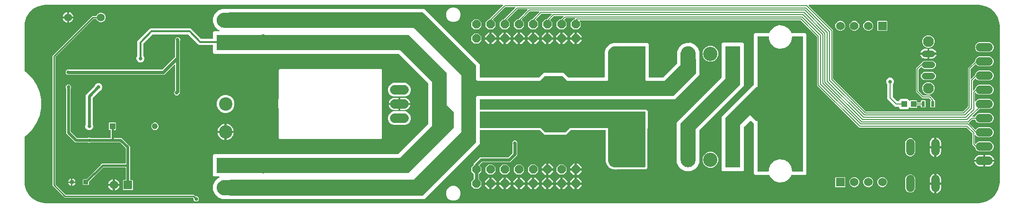
<source format=gbr>
G04 EAGLE Gerber RS-274X export*
G75*
%MOMM*%
%FSLAX34Y34*%
%LPD*%
%INBottom Copper*%
%IPPOS*%
%AMOC8*
5,1,8,0,0,1.08239X$1,22.5*%
G01*
%ADD10C,1.676400*%
%ADD11R,1.524000X1.524000*%
%ADD12C,1.524000*%
%ADD13R,2.550000X2.550000*%
%ADD14C,2.550000*%
%ADD15C,2.400000*%
%ADD16C,1.200000*%
%ADD17C,1.950000*%
%ADD18R,0.600000X1.000000*%
%ADD19R,1.000000X1.100000*%
%ADD20C,1.400000*%
%ADD21C,1.500000*%
%ADD22R,0.804800X0.804800*%
%ADD23C,0.804800*%
%ADD24C,1.050000*%
%ADD25R,1.050000X1.050000*%
%ADD26P,1.649562X8X22.500000*%
%ADD27C,1.524000*%
%ADD28C,0.654800*%
%ADD29C,0.600000*%
%ADD30C,0.304800*%
%ADD31C,0.508000*%
%ADD32C,0.609600*%
%ADD33C,0.254000*%
%ADD34C,0.406400*%
%ADD35C,0.200000*%

G36*
X1710034Y2506D02*
X1710034Y2506D01*
X1710065Y2503D01*
X1714830Y2815D01*
X1714938Y2838D01*
X1715023Y2847D01*
X1724227Y5313D01*
X1724393Y5384D01*
X1724468Y5413D01*
X1732719Y10177D01*
X1732862Y10289D01*
X1732926Y10336D01*
X1739664Y17074D01*
X1739772Y17218D01*
X1739823Y17281D01*
X1744587Y25532D01*
X1744603Y25572D01*
X1744627Y25608D01*
X1744655Y25702D01*
X1744687Y25773D01*
X1747153Y34977D01*
X1747166Y35087D01*
X1747185Y35170D01*
X1747497Y39935D01*
X1747494Y39969D01*
X1747499Y40000D01*
X1747499Y320000D01*
X1747494Y320034D01*
X1747497Y320065D01*
X1747185Y324830D01*
X1747162Y324938D01*
X1747153Y325023D01*
X1744687Y334227D01*
X1744616Y334393D01*
X1744587Y334468D01*
X1739823Y342719D01*
X1739723Y342846D01*
X1739699Y342885D01*
X1739684Y342899D01*
X1739664Y342926D01*
X1732926Y349664D01*
X1732782Y349772D01*
X1732719Y349823D01*
X1724468Y354587D01*
X1724300Y354654D01*
X1724227Y354687D01*
X1715023Y357153D01*
X1714913Y357166D01*
X1714830Y357185D01*
X1710065Y357497D01*
X1710031Y357494D01*
X1710000Y357499D01*
X1406409Y357499D01*
X1406377Y357495D01*
X1406345Y357497D01*
X1406238Y357475D01*
X1406130Y357459D01*
X1406100Y357446D01*
X1406069Y357440D01*
X1405972Y357388D01*
X1405873Y357343D01*
X1405848Y357322D01*
X1405820Y357307D01*
X1405741Y357231D01*
X1405658Y357160D01*
X1405641Y357133D01*
X1405618Y357110D01*
X1405564Y357015D01*
X1405504Y356924D01*
X1405494Y356893D01*
X1405479Y356865D01*
X1405453Y356758D01*
X1405422Y356654D01*
X1405421Y356622D01*
X1405414Y356591D01*
X1405419Y356481D01*
X1405418Y356372D01*
X1405426Y356341D01*
X1405428Y356309D01*
X1405464Y356206D01*
X1405493Y356100D01*
X1405510Y356073D01*
X1405520Y356042D01*
X1405574Y355969D01*
X1405641Y355860D01*
X1405677Y355828D01*
X1405702Y355793D01*
X1449271Y312225D01*
X1449271Y225354D01*
X1449284Y225260D01*
X1449289Y225163D01*
X1449304Y225120D01*
X1449311Y225075D01*
X1449350Y224988D01*
X1449382Y224897D01*
X1449407Y224862D01*
X1449427Y224818D01*
X1449497Y224736D01*
X1449523Y224694D01*
X1449543Y224676D01*
X1449563Y224648D01*
X1507648Y166563D01*
X1507725Y166506D01*
X1507796Y166441D01*
X1507837Y166421D01*
X1507873Y166394D01*
X1507964Y166360D01*
X1508050Y166318D01*
X1508092Y166312D01*
X1508137Y166295D01*
X1508265Y166285D01*
X1508354Y166271D01*
X1681646Y166271D01*
X1681740Y166284D01*
X1681837Y166289D01*
X1681880Y166304D01*
X1681925Y166311D01*
X1682012Y166350D01*
X1682103Y166382D01*
X1682138Y166407D01*
X1682182Y166427D01*
X1682279Y166510D01*
X1682352Y166563D01*
X1690437Y174648D01*
X1690494Y174725D01*
X1690559Y174796D01*
X1690579Y174837D01*
X1690606Y174873D01*
X1690632Y174943D01*
X1690635Y174947D01*
X1690640Y174964D01*
X1690682Y175050D01*
X1690688Y175092D01*
X1690705Y175137D01*
X1690710Y175192D01*
X1690717Y175217D01*
X1690718Y175284D01*
X1690729Y175354D01*
X1690729Y243941D01*
X1703197Y256408D01*
X1703254Y256485D01*
X1703319Y256556D01*
X1703339Y256597D01*
X1703366Y256633D01*
X1703400Y256724D01*
X1703442Y256810D01*
X1703448Y256852D01*
X1703465Y256897D01*
X1703475Y257025D01*
X1703489Y257114D01*
X1703489Y257968D01*
X1704843Y261236D01*
X1707344Y263737D01*
X1710612Y265091D01*
X1729388Y265091D01*
X1732656Y263737D01*
X1735157Y261236D01*
X1736511Y257968D01*
X1736511Y254432D01*
X1735157Y251164D01*
X1732656Y248663D01*
X1729388Y247309D01*
X1710612Y247309D01*
X1707344Y248663D01*
X1705316Y250691D01*
X1705264Y250730D01*
X1705219Y250776D01*
X1705152Y250814D01*
X1705090Y250860D01*
X1705030Y250883D01*
X1704974Y250915D01*
X1704898Y250933D01*
X1704826Y250960D01*
X1704762Y250965D01*
X1704699Y250980D01*
X1704622Y250976D01*
X1704545Y250982D01*
X1704482Y250969D01*
X1704418Y250965D01*
X1704344Y250940D01*
X1704269Y250924D01*
X1704212Y250894D01*
X1704151Y250873D01*
X1704095Y250831D01*
X1704020Y250792D01*
X1703959Y250732D01*
X1703902Y250691D01*
X1695563Y242352D01*
X1695506Y242275D01*
X1695441Y242204D01*
X1695421Y242163D01*
X1695394Y242127D01*
X1695360Y242036D01*
X1695318Y241950D01*
X1695312Y241908D01*
X1695295Y241863D01*
X1695285Y241735D01*
X1695271Y241646D01*
X1695271Y225894D01*
X1695275Y225862D01*
X1695273Y225830D01*
X1695295Y225723D01*
X1695311Y225615D01*
X1695324Y225586D01*
X1695330Y225554D01*
X1695382Y225458D01*
X1695427Y225358D01*
X1695448Y225334D01*
X1695463Y225305D01*
X1695539Y225227D01*
X1695610Y225144D01*
X1695637Y225126D01*
X1695660Y225103D01*
X1695755Y225049D01*
X1695846Y224990D01*
X1695877Y224980D01*
X1695905Y224964D01*
X1696012Y224939D01*
X1696116Y224907D01*
X1696148Y224907D01*
X1696179Y224899D01*
X1696289Y224905D01*
X1696398Y224903D01*
X1696429Y224912D01*
X1696461Y224914D01*
X1696564Y224949D01*
X1696670Y224979D01*
X1696697Y224996D01*
X1696728Y225006D01*
X1696801Y225059D01*
X1696910Y225127D01*
X1696942Y225163D01*
X1696977Y225188D01*
X1703197Y231408D01*
X1703254Y231485D01*
X1703319Y231556D01*
X1703339Y231597D01*
X1703366Y231633D01*
X1703400Y231723D01*
X1703442Y231810D01*
X1703448Y231852D01*
X1703465Y231897D01*
X1703475Y232025D01*
X1703489Y232114D01*
X1703489Y232568D01*
X1704843Y235836D01*
X1707344Y238337D01*
X1710612Y239691D01*
X1729388Y239691D01*
X1732656Y238337D01*
X1735157Y235836D01*
X1736511Y232568D01*
X1736511Y229032D01*
X1735157Y225764D01*
X1732656Y223263D01*
X1729388Y221909D01*
X1710612Y221909D01*
X1707344Y223263D01*
X1705116Y225491D01*
X1705064Y225530D01*
X1705019Y225576D01*
X1704952Y225614D01*
X1704890Y225660D01*
X1704830Y225683D01*
X1704774Y225715D01*
X1704698Y225733D01*
X1704626Y225760D01*
X1704562Y225765D01*
X1704499Y225780D01*
X1704422Y225776D01*
X1704345Y225782D01*
X1704282Y225769D01*
X1704218Y225765D01*
X1704144Y225740D01*
X1704069Y225724D01*
X1704012Y225694D01*
X1703951Y225673D01*
X1703895Y225631D01*
X1703820Y225592D01*
X1703759Y225532D01*
X1703702Y225491D01*
X1699563Y221352D01*
X1699506Y221275D01*
X1699441Y221204D01*
X1699421Y221163D01*
X1699394Y221127D01*
X1699360Y221036D01*
X1699318Y220950D01*
X1699312Y220908D01*
X1699295Y220863D01*
X1699285Y220735D01*
X1699271Y220646D01*
X1699271Y204894D01*
X1699275Y204862D01*
X1699273Y204830D01*
X1699295Y204723D01*
X1699311Y204615D01*
X1699324Y204586D01*
X1699330Y204554D01*
X1699382Y204458D01*
X1699427Y204358D01*
X1699448Y204334D01*
X1699463Y204305D01*
X1699539Y204227D01*
X1699610Y204144D01*
X1699637Y204126D01*
X1699660Y204103D01*
X1699755Y204049D01*
X1699846Y203990D01*
X1699877Y203980D01*
X1699905Y203964D01*
X1700011Y203939D01*
X1700116Y203907D01*
X1700148Y203907D01*
X1700179Y203899D01*
X1700289Y203905D01*
X1700398Y203903D01*
X1700429Y203912D01*
X1700461Y203914D01*
X1700564Y203949D01*
X1700670Y203979D01*
X1700697Y203996D01*
X1700728Y204006D01*
X1700801Y204059D01*
X1700910Y204127D01*
X1700942Y204163D01*
X1700977Y204188D01*
X1703197Y206408D01*
X1703254Y206485D01*
X1703319Y206556D01*
X1703339Y206597D01*
X1703366Y206633D01*
X1703400Y206724D01*
X1703442Y206810D01*
X1703448Y206852D01*
X1703465Y206897D01*
X1703475Y207025D01*
X1703489Y207114D01*
X1703489Y207168D01*
X1704843Y210436D01*
X1707344Y212937D01*
X1710612Y214291D01*
X1729388Y214291D01*
X1732656Y212937D01*
X1735157Y210436D01*
X1736511Y207168D01*
X1736511Y203632D01*
X1735157Y200364D01*
X1732656Y197863D01*
X1729388Y196509D01*
X1710612Y196509D01*
X1707344Y197863D01*
X1704977Y200230D01*
X1704951Y200249D01*
X1704930Y200274D01*
X1704838Y200334D01*
X1704751Y200399D01*
X1704721Y200411D01*
X1704694Y200428D01*
X1704589Y200460D01*
X1704487Y200499D01*
X1704455Y200501D01*
X1704424Y200511D01*
X1704315Y200512D01*
X1704206Y200521D01*
X1704174Y200514D01*
X1704142Y200515D01*
X1704037Y200485D01*
X1703930Y200463D01*
X1703901Y200448D01*
X1703870Y200439D01*
X1703777Y200382D01*
X1703681Y200331D01*
X1703658Y200308D01*
X1703630Y200291D01*
X1703557Y200210D01*
X1703479Y200134D01*
X1703463Y200106D01*
X1703441Y200082D01*
X1703394Y199984D01*
X1703340Y199888D01*
X1703332Y199857D01*
X1703318Y199828D01*
X1703304Y199739D01*
X1703275Y199614D01*
X1703277Y199566D01*
X1703271Y199523D01*
X1703271Y185877D01*
X1703275Y185845D01*
X1703273Y185812D01*
X1703295Y185706D01*
X1703311Y185597D01*
X1703324Y185568D01*
X1703330Y185536D01*
X1703382Y185440D01*
X1703427Y185340D01*
X1703448Y185316D01*
X1703463Y185287D01*
X1703539Y185209D01*
X1703610Y185126D01*
X1703637Y185108D01*
X1703660Y185085D01*
X1703755Y185032D01*
X1703846Y184972D01*
X1703877Y184962D01*
X1703905Y184946D01*
X1704011Y184921D01*
X1704116Y184889D01*
X1704148Y184889D01*
X1704179Y184881D01*
X1704289Y184887D01*
X1704398Y184885D01*
X1704429Y184894D01*
X1704461Y184896D01*
X1704564Y184931D01*
X1704670Y184961D01*
X1704697Y184978D01*
X1704728Y184988D01*
X1704801Y185042D01*
X1704910Y185109D01*
X1704942Y185145D01*
X1704977Y185170D01*
X1707344Y187537D01*
X1710612Y188891D01*
X1729388Y188891D01*
X1732656Y187537D01*
X1735157Y185036D01*
X1736511Y181768D01*
X1736511Y178232D01*
X1735157Y174964D01*
X1732656Y172463D01*
X1729388Y171109D01*
X1711734Y171109D01*
X1711640Y171096D01*
X1711543Y171091D01*
X1711500Y171076D01*
X1711455Y171069D01*
X1711368Y171030D01*
X1711277Y170998D01*
X1711242Y170973D01*
X1711198Y170953D01*
X1711101Y170870D01*
X1711028Y170817D01*
X1698788Y158577D01*
X1698769Y158551D01*
X1698744Y158530D01*
X1698684Y158438D01*
X1698619Y158351D01*
X1698607Y158321D01*
X1698590Y158294D01*
X1698558Y158189D01*
X1698519Y158087D01*
X1698517Y158055D01*
X1698507Y158024D01*
X1698506Y157915D01*
X1698497Y157806D01*
X1698504Y157774D01*
X1698503Y157742D01*
X1698533Y157637D01*
X1698555Y157530D01*
X1698570Y157501D01*
X1698579Y157470D01*
X1698636Y157377D01*
X1698687Y157281D01*
X1698710Y157258D01*
X1698727Y157230D01*
X1698808Y157157D01*
X1698884Y157079D01*
X1698912Y157063D01*
X1698936Y157041D01*
X1699034Y156994D01*
X1699129Y156940D01*
X1699161Y156932D01*
X1699190Y156918D01*
X1699279Y156904D01*
X1699404Y156875D01*
X1699452Y156877D01*
X1699494Y156871D01*
X1703030Y156871D01*
X1703039Y156872D01*
X1703048Y156871D01*
X1703178Y156892D01*
X1703309Y156911D01*
X1703317Y156914D01*
X1703327Y156916D01*
X1703446Y156973D01*
X1703566Y157027D01*
X1703573Y157033D01*
X1703582Y157037D01*
X1703680Y157125D01*
X1703780Y157210D01*
X1703785Y157218D01*
X1703792Y157224D01*
X1703832Y157290D01*
X1703935Y157446D01*
X1703942Y157469D01*
X1703953Y157488D01*
X1704843Y159636D01*
X1707344Y162137D01*
X1710612Y163491D01*
X1729388Y163491D01*
X1732656Y162137D01*
X1735157Y159636D01*
X1736511Y156368D01*
X1736511Y152832D01*
X1735157Y149564D01*
X1732656Y147063D01*
X1729388Y145709D01*
X1710612Y145709D01*
X1707344Y147063D01*
X1704843Y149564D01*
X1703953Y151712D01*
X1703948Y151721D01*
X1703945Y151730D01*
X1703876Y151842D01*
X1703809Y151955D01*
X1703802Y151962D01*
X1703797Y151970D01*
X1703699Y152058D01*
X1703603Y152148D01*
X1703595Y152152D01*
X1703588Y152159D01*
X1703470Y152216D01*
X1703352Y152276D01*
X1703343Y152278D01*
X1703334Y152282D01*
X1703258Y152294D01*
X1703075Y152328D01*
X1703051Y152326D01*
X1703030Y152329D01*
X1698954Y152329D01*
X1698860Y152316D01*
X1698763Y152311D01*
X1698720Y152296D01*
X1698675Y152289D01*
X1698588Y152250D01*
X1698497Y152218D01*
X1698462Y152193D01*
X1698418Y152173D01*
X1698321Y152090D01*
X1698248Y152037D01*
X1692918Y146707D01*
X1692879Y146655D01*
X1692833Y146610D01*
X1692795Y146543D01*
X1692749Y146481D01*
X1692726Y146421D01*
X1692694Y146365D01*
X1692676Y146290D01*
X1692649Y146217D01*
X1692644Y146153D01*
X1692629Y146091D01*
X1692633Y146013D01*
X1692627Y145936D01*
X1692640Y145873D01*
X1692644Y145809D01*
X1692669Y145736D01*
X1692685Y145660D01*
X1692715Y145603D01*
X1692736Y145542D01*
X1692777Y145486D01*
X1692817Y145411D01*
X1692877Y145350D01*
X1692918Y145293D01*
X1703702Y134509D01*
X1703754Y134470D01*
X1703799Y134424D01*
X1703866Y134386D01*
X1703928Y134340D01*
X1703988Y134317D01*
X1704044Y134285D01*
X1704119Y134267D01*
X1704192Y134240D01*
X1704256Y134235D01*
X1704318Y134220D01*
X1704396Y134224D01*
X1704473Y134218D01*
X1704536Y134231D01*
X1704600Y134235D01*
X1704673Y134260D01*
X1704749Y134276D01*
X1704806Y134306D01*
X1704867Y134327D01*
X1704923Y134369D01*
X1704998Y134408D01*
X1705059Y134468D01*
X1705116Y134509D01*
X1707344Y136737D01*
X1710612Y138091D01*
X1729388Y138091D01*
X1732656Y136737D01*
X1735157Y134236D01*
X1736511Y130968D01*
X1736511Y127432D01*
X1735157Y124164D01*
X1732656Y121663D01*
X1729388Y120309D01*
X1710612Y120309D01*
X1707344Y121663D01*
X1704977Y124030D01*
X1704951Y124049D01*
X1704930Y124074D01*
X1704838Y124134D01*
X1704751Y124199D01*
X1704721Y124211D01*
X1704694Y124228D01*
X1704589Y124260D01*
X1704487Y124299D01*
X1704455Y124301D01*
X1704424Y124311D01*
X1704315Y124312D01*
X1704206Y124321D01*
X1704174Y124314D01*
X1704142Y124315D01*
X1704037Y124285D01*
X1703930Y124263D01*
X1703901Y124248D01*
X1703870Y124239D01*
X1703777Y124182D01*
X1703681Y124131D01*
X1703658Y124108D01*
X1703630Y124091D01*
X1703557Y124010D01*
X1703479Y123934D01*
X1703463Y123906D01*
X1703441Y123882D01*
X1703394Y123784D01*
X1703340Y123688D01*
X1703332Y123657D01*
X1703318Y123628D01*
X1703304Y123539D01*
X1703275Y123414D01*
X1703277Y123366D01*
X1703271Y123323D01*
X1703271Y109677D01*
X1703275Y109645D01*
X1703273Y109612D01*
X1703295Y109506D01*
X1703311Y109397D01*
X1703324Y109368D01*
X1703330Y109336D01*
X1703382Y109240D01*
X1703427Y109140D01*
X1703448Y109116D01*
X1703463Y109087D01*
X1703539Y109009D01*
X1703610Y108926D01*
X1703637Y108908D01*
X1703660Y108885D01*
X1703755Y108832D01*
X1703846Y108772D01*
X1703877Y108762D01*
X1703905Y108746D01*
X1704011Y108721D01*
X1704116Y108689D01*
X1704148Y108689D01*
X1704179Y108681D01*
X1704289Y108687D01*
X1704398Y108685D01*
X1704429Y108694D01*
X1704461Y108696D01*
X1704564Y108731D01*
X1704670Y108761D01*
X1704697Y108778D01*
X1704728Y108788D01*
X1704801Y108842D01*
X1704910Y108909D01*
X1704942Y108945D01*
X1704977Y108970D01*
X1707344Y111337D01*
X1710612Y112691D01*
X1729388Y112691D01*
X1732656Y111337D01*
X1735157Y108836D01*
X1736511Y105568D01*
X1736511Y102031D01*
X1735157Y98764D01*
X1732656Y96263D01*
X1729388Y94909D01*
X1710612Y94909D01*
X1707344Y96263D01*
X1704843Y98764D01*
X1703471Y102076D01*
X1703471Y102077D01*
X1703456Y102120D01*
X1703449Y102165D01*
X1703410Y102252D01*
X1703378Y102343D01*
X1703353Y102378D01*
X1703333Y102422D01*
X1703250Y102519D01*
X1703197Y102592D01*
X1698729Y107059D01*
X1698729Y126646D01*
X1698716Y126740D01*
X1698711Y126837D01*
X1698696Y126880D01*
X1698689Y126925D01*
X1698650Y127012D01*
X1698618Y127103D01*
X1698593Y127138D01*
X1698573Y127182D01*
X1698490Y127279D01*
X1698437Y127352D01*
X1688352Y137437D01*
X1688275Y137494D01*
X1688204Y137559D01*
X1688163Y137579D01*
X1688127Y137606D01*
X1688037Y137640D01*
X1687950Y137682D01*
X1687908Y137688D01*
X1687863Y137705D01*
X1687735Y137715D01*
X1687646Y137729D01*
X1496059Y137729D01*
X1420729Y213059D01*
X1420729Y299646D01*
X1420716Y299740D01*
X1420711Y299837D01*
X1420696Y299880D01*
X1420689Y299925D01*
X1420650Y300012D01*
X1420618Y300103D01*
X1420593Y300138D01*
X1420573Y300182D01*
X1420490Y300279D01*
X1420437Y300352D01*
X1391352Y329437D01*
X1391275Y329494D01*
X1391204Y329559D01*
X1391163Y329579D01*
X1391127Y329606D01*
X1391036Y329640D01*
X1390950Y329682D01*
X1390908Y329688D01*
X1390863Y329705D01*
X1390735Y329715D01*
X1390646Y329729D01*
X996856Y329729D01*
X996825Y329725D01*
X996792Y329727D01*
X996685Y329705D01*
X996577Y329689D01*
X996548Y329676D01*
X996516Y329670D01*
X996420Y329618D01*
X996320Y329573D01*
X996296Y329552D01*
X996267Y329537D01*
X996189Y329461D01*
X996106Y329390D01*
X996088Y329363D01*
X996065Y329340D01*
X996012Y329245D01*
X995952Y329154D01*
X995942Y329123D01*
X995926Y329095D01*
X995901Y328989D01*
X995869Y328884D01*
X995869Y328852D01*
X995861Y328821D01*
X995867Y328711D01*
X995865Y328602D01*
X995874Y328571D01*
X995876Y328539D01*
X995911Y328436D01*
X995941Y328330D01*
X995958Y328303D01*
X995968Y328272D01*
X996021Y328199D01*
X996089Y328090D01*
X996125Y328058D01*
X996150Y328023D01*
X997791Y326383D01*
X997791Y319017D01*
X992583Y313809D01*
X985217Y313809D01*
X980009Y319017D01*
X980009Y326383D01*
X985217Y331591D01*
X986966Y331591D01*
X987060Y331604D01*
X987157Y331609D01*
X987200Y331624D01*
X987245Y331631D01*
X987332Y331670D01*
X987423Y331702D01*
X987458Y331727D01*
X987502Y331747D01*
X987599Y331830D01*
X987672Y331883D01*
X987812Y332023D01*
X987831Y332049D01*
X987856Y332070D01*
X987916Y332162D01*
X987981Y332249D01*
X987993Y332279D01*
X988010Y332306D01*
X988042Y332411D01*
X988081Y332513D01*
X988083Y332545D01*
X988093Y332576D01*
X988094Y332685D01*
X988103Y332794D01*
X988096Y332826D01*
X988097Y332858D01*
X988067Y332963D01*
X988045Y333070D01*
X988030Y333099D01*
X988021Y333130D01*
X987964Y333223D01*
X987913Y333319D01*
X987890Y333342D01*
X987873Y333370D01*
X987792Y333443D01*
X987716Y333521D01*
X987688Y333537D01*
X987664Y333559D01*
X987566Y333606D01*
X987471Y333660D01*
X987439Y333668D01*
X987410Y333682D01*
X987321Y333696D01*
X987196Y333725D01*
X987148Y333723D01*
X987106Y333729D01*
X971354Y333729D01*
X971260Y333716D01*
X971163Y333711D01*
X971120Y333696D01*
X971075Y333689D01*
X970988Y333650D01*
X970897Y333618D01*
X970862Y333593D01*
X970818Y333573D01*
X970721Y333490D01*
X970648Y333437D01*
X968699Y331488D01*
X968660Y331436D01*
X968614Y331391D01*
X968576Y331324D01*
X968530Y331262D01*
X968507Y331202D01*
X968475Y331146D01*
X968457Y331071D01*
X968430Y330998D01*
X968425Y330934D01*
X968410Y330872D01*
X968414Y330794D01*
X968408Y330717D01*
X968421Y330654D01*
X968425Y330590D01*
X968450Y330517D01*
X968466Y330441D01*
X968496Y330384D01*
X968517Y330323D01*
X968559Y330267D01*
X968598Y330192D01*
X968658Y330131D01*
X968699Y330074D01*
X972391Y326383D01*
X972391Y319017D01*
X967183Y313809D01*
X959817Y313809D01*
X954609Y319017D01*
X954609Y326383D01*
X959817Y331591D01*
X961966Y331591D01*
X962060Y331604D01*
X962157Y331609D01*
X962200Y331624D01*
X962245Y331631D01*
X962332Y331670D01*
X962423Y331702D01*
X962457Y331727D01*
X962502Y331747D01*
X962599Y331830D01*
X962672Y331883D01*
X966812Y336023D01*
X966832Y336049D01*
X966856Y336070D01*
X966916Y336162D01*
X966981Y336249D01*
X966993Y336279D01*
X967010Y336306D01*
X967042Y336411D01*
X967081Y336513D01*
X967083Y336545D01*
X967093Y336576D01*
X967094Y336685D01*
X967103Y336794D01*
X967096Y336826D01*
X967097Y336858D01*
X967067Y336963D01*
X967045Y337070D01*
X967030Y337099D01*
X967021Y337130D01*
X966964Y337223D01*
X966913Y337319D01*
X966890Y337342D01*
X966873Y337370D01*
X966792Y337443D01*
X966716Y337521D01*
X966688Y337537D01*
X966664Y337559D01*
X966566Y337606D01*
X966471Y337660D01*
X966439Y337668D01*
X966410Y337682D01*
X966321Y337696D01*
X966196Y337725D01*
X966148Y337723D01*
X966106Y337729D01*
X950354Y337729D01*
X950260Y337716D01*
X950163Y337711D01*
X950120Y337696D01*
X950075Y337689D01*
X949988Y337650D01*
X949897Y337618D01*
X949862Y337593D01*
X949818Y337573D01*
X949721Y337490D01*
X949648Y337437D01*
X943499Y331288D01*
X943460Y331236D01*
X943414Y331191D01*
X943376Y331124D01*
X943330Y331062D01*
X943307Y331002D01*
X943275Y330946D01*
X943257Y330871D01*
X943230Y330798D01*
X943225Y330734D01*
X943210Y330672D01*
X943214Y330594D01*
X943208Y330517D01*
X943221Y330454D01*
X943225Y330390D01*
X943250Y330317D01*
X943266Y330241D01*
X943296Y330184D01*
X943317Y330123D01*
X943359Y330067D01*
X943398Y329992D01*
X943458Y329931D01*
X943499Y329874D01*
X946991Y326383D01*
X946991Y319017D01*
X941783Y313809D01*
X934417Y313809D01*
X929209Y319017D01*
X929209Y326383D01*
X934417Y331591D01*
X936966Y331591D01*
X937060Y331604D01*
X937157Y331609D01*
X937200Y331624D01*
X937245Y331631D01*
X937332Y331670D01*
X937423Y331702D01*
X937458Y331727D01*
X937502Y331747D01*
X937599Y331830D01*
X937672Y331883D01*
X945812Y340023D01*
X945831Y340049D01*
X945856Y340070D01*
X945916Y340162D01*
X945981Y340249D01*
X945993Y340279D01*
X946010Y340306D01*
X946042Y340411D01*
X946081Y340513D01*
X946083Y340545D01*
X946093Y340576D01*
X946094Y340685D01*
X946103Y340794D01*
X946096Y340826D01*
X946097Y340858D01*
X946067Y340963D01*
X946045Y341070D01*
X946030Y341099D01*
X946021Y341130D01*
X945964Y341223D01*
X945913Y341319D01*
X945890Y341342D01*
X945873Y341370D01*
X945792Y341443D01*
X945716Y341521D01*
X945688Y341537D01*
X945664Y341559D01*
X945566Y341606D01*
X945471Y341660D01*
X945439Y341668D01*
X945410Y341682D01*
X945321Y341696D01*
X945196Y341725D01*
X945148Y341723D01*
X945106Y341729D01*
X928354Y341729D01*
X928260Y341716D01*
X928163Y341711D01*
X928120Y341696D01*
X928075Y341689D01*
X927988Y341650D01*
X927897Y341618D01*
X927862Y341593D01*
X927818Y341573D01*
X927721Y341490D01*
X927648Y341437D01*
X917799Y331588D01*
X917760Y331536D01*
X917714Y331491D01*
X917676Y331424D01*
X917630Y331362D01*
X917607Y331302D01*
X917575Y331246D01*
X917557Y331171D01*
X917530Y331098D01*
X917525Y331034D01*
X917510Y330972D01*
X917514Y330894D01*
X917508Y330817D01*
X917521Y330754D01*
X917525Y330690D01*
X917550Y330617D01*
X917566Y330541D01*
X917596Y330484D01*
X917617Y330423D01*
X917659Y330367D01*
X917698Y330292D01*
X917758Y330231D01*
X917799Y330174D01*
X921591Y326383D01*
X921591Y319017D01*
X916383Y313809D01*
X909017Y313809D01*
X903809Y319017D01*
X903809Y326383D01*
X909017Y331591D01*
X910966Y331591D01*
X911060Y331604D01*
X911157Y331609D01*
X911200Y331624D01*
X911245Y331631D01*
X911332Y331670D01*
X911423Y331702D01*
X911458Y331727D01*
X911502Y331747D01*
X911599Y331830D01*
X911672Y331883D01*
X923812Y344023D01*
X923831Y344049D01*
X923856Y344070D01*
X923916Y344162D01*
X923981Y344249D01*
X923993Y344279D01*
X924010Y344306D01*
X924042Y344411D01*
X924081Y344513D01*
X924083Y344545D01*
X924093Y344576D01*
X924094Y344685D01*
X924103Y344794D01*
X924096Y344826D01*
X924097Y344858D01*
X924067Y344963D01*
X924045Y345070D01*
X924030Y345099D01*
X924021Y345130D01*
X923964Y345223D01*
X923913Y345319D01*
X923890Y345342D01*
X923873Y345370D01*
X923792Y345443D01*
X923716Y345521D01*
X923688Y345537D01*
X923664Y345559D01*
X923566Y345606D01*
X923471Y345660D01*
X923439Y345668D01*
X923410Y345682D01*
X923321Y345696D01*
X923196Y345725D01*
X923148Y345723D01*
X923106Y345729D01*
X907354Y345729D01*
X907260Y345716D01*
X907163Y345711D01*
X907120Y345696D01*
X907075Y345689D01*
X906988Y345650D01*
X906897Y345618D01*
X906862Y345593D01*
X906818Y345573D01*
X906721Y345490D01*
X906648Y345437D01*
X892599Y331388D01*
X892560Y331336D01*
X892514Y331291D01*
X892476Y331224D01*
X892430Y331162D01*
X892407Y331102D01*
X892375Y331046D01*
X892357Y330971D01*
X892330Y330898D01*
X892325Y330834D01*
X892310Y330772D01*
X892314Y330694D01*
X892308Y330617D01*
X892321Y330554D01*
X892325Y330490D01*
X892350Y330417D01*
X892366Y330341D01*
X892396Y330284D01*
X892417Y330223D01*
X892459Y330167D01*
X892498Y330092D01*
X892558Y330031D01*
X892599Y329974D01*
X896191Y326383D01*
X896191Y319017D01*
X890983Y313809D01*
X883617Y313809D01*
X878409Y319017D01*
X878409Y326383D01*
X883617Y331591D01*
X885966Y331591D01*
X886060Y331604D01*
X886157Y331609D01*
X886200Y331624D01*
X886245Y331631D01*
X886332Y331670D01*
X886423Y331702D01*
X886458Y331727D01*
X886502Y331747D01*
X886599Y331830D01*
X886672Y331883D01*
X902812Y348023D01*
X902831Y348049D01*
X902856Y348070D01*
X902916Y348162D01*
X902981Y348249D01*
X902993Y348279D01*
X903010Y348306D01*
X903042Y348411D01*
X903081Y348513D01*
X903083Y348545D01*
X903093Y348576D01*
X903094Y348685D01*
X903103Y348794D01*
X903096Y348826D01*
X903097Y348858D01*
X903067Y348963D01*
X903045Y349070D01*
X903030Y349099D01*
X903021Y349130D01*
X902964Y349223D01*
X902913Y349319D01*
X902890Y349342D01*
X902873Y349370D01*
X902792Y349443D01*
X902716Y349521D01*
X902688Y349537D01*
X902664Y349559D01*
X902566Y349606D01*
X902471Y349660D01*
X902439Y349668D01*
X902410Y349682D01*
X902321Y349696D01*
X902196Y349725D01*
X902148Y349723D01*
X902106Y349729D01*
X885354Y349729D01*
X885260Y349716D01*
X885163Y349711D01*
X885120Y349696D01*
X885075Y349689D01*
X884988Y349650D01*
X884897Y349618D01*
X884862Y349593D01*
X884818Y349573D01*
X884721Y349490D01*
X884648Y349437D01*
X866899Y331688D01*
X866860Y331636D01*
X866814Y331591D01*
X866776Y331524D01*
X866730Y331462D01*
X866707Y331402D01*
X866675Y331346D01*
X866657Y331271D01*
X866630Y331198D01*
X866625Y331134D01*
X866610Y331072D01*
X866614Y330994D01*
X866608Y330917D01*
X866621Y330854D01*
X866625Y330790D01*
X866650Y330717D01*
X866666Y330641D01*
X866696Y330584D01*
X866717Y330523D01*
X866759Y330467D01*
X866798Y330392D01*
X866858Y330331D01*
X866899Y330274D01*
X870791Y326383D01*
X870791Y319017D01*
X865583Y313809D01*
X858217Y313809D01*
X853009Y319017D01*
X853009Y326383D01*
X858217Y331591D01*
X859966Y331591D01*
X860060Y331604D01*
X860157Y331609D01*
X860200Y331624D01*
X860245Y331631D01*
X860332Y331670D01*
X860423Y331702D01*
X860458Y331727D01*
X860502Y331747D01*
X860599Y331830D01*
X860672Y331883D01*
X880812Y352023D01*
X880831Y352049D01*
X880856Y352070D01*
X880916Y352162D01*
X880981Y352249D01*
X880993Y352279D01*
X881010Y352306D01*
X881042Y352411D01*
X881081Y352513D01*
X881083Y352545D01*
X881093Y352576D01*
X881094Y352685D01*
X881103Y352794D01*
X881096Y352826D01*
X881097Y352858D01*
X881067Y352963D01*
X881045Y353070D01*
X881030Y353099D01*
X881021Y353130D01*
X880964Y353223D01*
X880913Y353319D01*
X880890Y353342D01*
X880873Y353370D01*
X880792Y353443D01*
X880716Y353521D01*
X880688Y353537D01*
X880664Y353559D01*
X880566Y353606D01*
X880471Y353660D01*
X880439Y353668D01*
X880410Y353682D01*
X880321Y353696D01*
X880196Y353725D01*
X880148Y353723D01*
X880106Y353729D01*
X863354Y353729D01*
X863260Y353716D01*
X863163Y353711D01*
X863120Y353696D01*
X863075Y353689D01*
X862988Y353650D01*
X862897Y353618D01*
X862862Y353593D01*
X862818Y353573D01*
X862721Y353490D01*
X862648Y353437D01*
X841199Y331988D01*
X841160Y331936D01*
X841114Y331891D01*
X841076Y331824D01*
X841030Y331762D01*
X841007Y331702D01*
X840975Y331646D01*
X840957Y331571D01*
X840930Y331498D01*
X840925Y331434D01*
X840910Y331372D01*
X840914Y331294D01*
X840908Y331217D01*
X840921Y331154D01*
X840925Y331090D01*
X840950Y331017D01*
X840966Y330941D01*
X840996Y330884D01*
X841017Y330823D01*
X841059Y330767D01*
X841098Y330692D01*
X841149Y330640D01*
X841165Y330614D01*
X841179Y330601D01*
X841199Y330574D01*
X845391Y326383D01*
X845391Y319017D01*
X840183Y313809D01*
X832817Y313809D01*
X827609Y319017D01*
X827609Y326383D01*
X832817Y331591D01*
X833966Y331591D01*
X834060Y331604D01*
X834157Y331609D01*
X834200Y331624D01*
X834245Y331631D01*
X834332Y331670D01*
X834423Y331702D01*
X834458Y331727D01*
X834502Y331747D01*
X834599Y331830D01*
X834672Y331883D01*
X858582Y355793D01*
X858601Y355819D01*
X858626Y355840D01*
X858686Y355932D01*
X858751Y356019D01*
X858763Y356049D01*
X858780Y356076D01*
X858812Y356181D01*
X858851Y356283D01*
X858853Y356315D01*
X858863Y356346D01*
X858864Y356455D01*
X858873Y356564D01*
X858866Y356596D01*
X858867Y356628D01*
X858837Y356733D01*
X858815Y356840D01*
X858800Y356869D01*
X858791Y356900D01*
X858734Y356993D01*
X858683Y357089D01*
X858660Y357112D01*
X858643Y357140D01*
X858562Y357213D01*
X858486Y357291D01*
X858458Y357307D01*
X858434Y357329D01*
X858336Y357376D01*
X858241Y357430D01*
X858209Y357438D01*
X858180Y357452D01*
X858091Y357466D01*
X857966Y357495D01*
X857918Y357493D01*
X857876Y357499D01*
X40000Y357499D01*
X39966Y357494D01*
X39935Y357497D01*
X35170Y357185D01*
X35062Y357162D01*
X34977Y357153D01*
X25773Y354687D01*
X25607Y354616D01*
X25532Y354587D01*
X17281Y349823D01*
X17138Y349711D01*
X17074Y349664D01*
X10336Y342926D01*
X10325Y342911D01*
X10318Y342906D01*
X10302Y342881D01*
X10228Y342782D01*
X10177Y342719D01*
X5413Y334468D01*
X5346Y334300D01*
X5313Y334227D01*
X2847Y325023D01*
X2834Y324913D01*
X2815Y324830D01*
X2503Y320065D01*
X2506Y320031D01*
X2501Y320000D01*
X2501Y239332D01*
X2508Y239280D01*
X2506Y239227D01*
X2528Y239140D01*
X2541Y239053D01*
X2562Y239004D01*
X2575Y238953D01*
X2620Y238877D01*
X2657Y238796D01*
X2691Y238756D01*
X2718Y238710D01*
X2744Y238686D01*
X2746Y238683D01*
X2778Y238654D01*
X2840Y238581D01*
X2900Y238542D01*
X2945Y238501D01*
X6217Y236315D01*
X16315Y226217D01*
X24249Y214342D01*
X29715Y201148D01*
X32501Y187141D01*
X32501Y172859D01*
X29715Y158852D01*
X24249Y145658D01*
X16315Y133783D01*
X6217Y123685D01*
X2945Y121499D01*
X2905Y121464D01*
X2860Y121436D01*
X2801Y121370D01*
X2735Y121311D01*
X2707Y121266D01*
X2671Y121226D01*
X2633Y121147D01*
X2586Y121071D01*
X2571Y121020D01*
X2548Y120973D01*
X2536Y120895D01*
X2509Y120800D01*
X2510Y120728D01*
X2501Y120668D01*
X2501Y40000D01*
X2506Y39966D01*
X2503Y39935D01*
X2815Y35170D01*
X2838Y35062D01*
X2847Y34977D01*
X5313Y25773D01*
X5384Y25607D01*
X5413Y25532D01*
X10177Y17281D01*
X10289Y17138D01*
X10336Y17074D01*
X17074Y10336D01*
X17218Y10228D01*
X17281Y10177D01*
X25532Y5413D01*
X25700Y5346D01*
X25773Y5313D01*
X34977Y2847D01*
X35087Y2834D01*
X35170Y2815D01*
X39935Y2503D01*
X39969Y2506D01*
X40000Y2501D01*
X1710000Y2501D01*
X1710034Y2506D01*
G37*
%LPC*%
G36*
X356022Y9999D02*
X356022Y9999D01*
X348670Y13044D01*
X343044Y18670D01*
X339999Y26022D01*
X339999Y33978D01*
X343044Y41330D01*
X348670Y46956D01*
X351377Y48077D01*
X351452Y48121D01*
X351531Y48157D01*
X351572Y48192D01*
X351620Y48220D01*
X351679Y48284D01*
X351745Y48340D01*
X351775Y48386D01*
X351813Y48426D01*
X351852Y48503D01*
X351899Y48576D01*
X351915Y48629D01*
X351940Y48678D01*
X351957Y48763D01*
X351982Y48846D01*
X351983Y48901D01*
X351993Y48955D01*
X351984Y49041D01*
X351986Y49128D01*
X351971Y49181D01*
X351966Y49235D01*
X351934Y49316D01*
X351910Y49400D01*
X351881Y49447D01*
X351861Y49497D01*
X351808Y49566D01*
X351762Y49640D01*
X351721Y49677D01*
X351688Y49720D01*
X351617Y49770D01*
X351553Y49829D01*
X351504Y49853D01*
X351459Y49885D01*
X351377Y49914D01*
X351299Y49952D01*
X351249Y49960D01*
X351193Y49979D01*
X351080Y49986D01*
X350995Y49999D01*
X341757Y49999D01*
X339999Y51757D01*
X339999Y88243D01*
X341757Y90001D01*
X670343Y90001D01*
X670438Y90014D01*
X670534Y90019D01*
X670577Y90034D01*
X670622Y90041D01*
X670710Y90080D01*
X670801Y90112D01*
X670835Y90137D01*
X670879Y90157D01*
X670977Y90240D01*
X671050Y90293D01*
X724707Y143950D01*
X724764Y144027D01*
X724829Y144098D01*
X724849Y144139D01*
X724876Y144176D01*
X724910Y144266D01*
X724952Y144352D01*
X724958Y144394D01*
X724975Y144440D01*
X724985Y144567D01*
X724999Y144657D01*
X724999Y216343D01*
X724990Y216407D01*
X724991Y216468D01*
X724983Y216498D01*
X724981Y216534D01*
X724966Y216577D01*
X724959Y216622D01*
X724931Y216685D01*
X724916Y216740D01*
X724901Y216764D01*
X724888Y216801D01*
X724863Y216835D01*
X724843Y216879D01*
X724795Y216936D01*
X724768Y216980D01*
X724738Y217007D01*
X724707Y217050D01*
X672050Y269707D01*
X671973Y269764D01*
X671902Y269829D01*
X671861Y269849D01*
X671824Y269876D01*
X671734Y269910D01*
X671648Y269952D01*
X671606Y269958D01*
X671560Y269975D01*
X671433Y269985D01*
X671343Y269999D01*
X341757Y269999D01*
X339999Y271757D01*
X339999Y284666D01*
X339990Y284730D01*
X339991Y284794D01*
X339970Y284869D01*
X339959Y284945D01*
X339933Y285004D01*
X339916Y285066D01*
X339875Y285132D01*
X339843Y285202D01*
X339801Y285251D01*
X339768Y285306D01*
X339710Y285358D01*
X339660Y285416D01*
X339606Y285452D01*
X339558Y285495D01*
X339489Y285528D01*
X339424Y285571D01*
X339362Y285590D01*
X339305Y285618D01*
X339235Y285629D01*
X339154Y285653D01*
X339069Y285654D01*
X339000Y285665D01*
X315939Y285665D01*
X313978Y286477D01*
X296083Y304373D01*
X296006Y304430D01*
X295935Y304495D01*
X295894Y304515D01*
X295857Y304542D01*
X295767Y304576D01*
X295681Y304618D01*
X295639Y304624D01*
X295593Y304641D01*
X295466Y304651D01*
X295376Y304665D01*
X232624Y304665D01*
X232529Y304652D01*
X232432Y304647D01*
X232389Y304632D01*
X232344Y304625D01*
X232257Y304586D01*
X232166Y304554D01*
X232132Y304529D01*
X232087Y304509D01*
X231990Y304426D01*
X231917Y304373D01*
X215627Y288083D01*
X215570Y288006D01*
X215505Y287935D01*
X215485Y287894D01*
X215458Y287857D01*
X215424Y287767D01*
X215382Y287681D01*
X215376Y287639D01*
X215359Y287593D01*
X215349Y287466D01*
X215335Y287376D01*
X215335Y266598D01*
X215348Y266504D01*
X215353Y266407D01*
X215368Y266364D01*
X215375Y266319D01*
X215414Y266232D01*
X215446Y266141D01*
X215471Y266106D01*
X215491Y266062D01*
X215574Y265965D01*
X215627Y265892D01*
X216006Y265513D01*
X217085Y262909D01*
X217085Y260091D01*
X216006Y257487D01*
X214013Y255494D01*
X211409Y254415D01*
X208591Y254415D01*
X205987Y255494D01*
X203994Y257487D01*
X202915Y260091D01*
X202915Y262909D01*
X203994Y265513D01*
X204373Y265892D01*
X204430Y265969D01*
X204495Y266040D01*
X204515Y266081D01*
X204542Y266117D01*
X204576Y266208D01*
X204618Y266294D01*
X204624Y266336D01*
X204641Y266381D01*
X204651Y266509D01*
X204665Y266598D01*
X204665Y291061D01*
X205477Y293022D01*
X226978Y314523D01*
X228939Y315335D01*
X299061Y315335D01*
X301022Y314523D01*
X318917Y296627D01*
X318994Y296570D01*
X319065Y296505D01*
X319106Y296485D01*
X319143Y296458D01*
X319233Y296424D01*
X319319Y296382D01*
X319361Y296376D01*
X319407Y296359D01*
X319534Y296349D01*
X319624Y296335D01*
X339000Y296335D01*
X339064Y296344D01*
X339128Y296343D01*
X339203Y296364D01*
X339279Y296375D01*
X339338Y296401D01*
X339400Y296418D01*
X339466Y296459D01*
X339536Y296491D01*
X339585Y296533D01*
X339640Y296566D01*
X339692Y296624D01*
X339750Y296674D01*
X339786Y296728D01*
X339829Y296776D01*
X339862Y296845D01*
X339905Y296910D01*
X339924Y296972D01*
X339952Y297029D01*
X339963Y297099D01*
X339987Y297180D01*
X339988Y297265D01*
X339999Y297334D01*
X339999Y308243D01*
X341757Y310001D01*
X350995Y310001D01*
X351081Y310013D01*
X351167Y310016D01*
X351220Y310033D01*
X351274Y310041D01*
X351353Y310076D01*
X351435Y310103D01*
X351481Y310134D01*
X351531Y310157D01*
X351597Y310213D01*
X351668Y310262D01*
X351703Y310304D01*
X351745Y310340D01*
X351793Y310413D01*
X351848Y310480D01*
X351869Y310530D01*
X351899Y310576D01*
X351925Y310659D01*
X351959Y310739D01*
X351966Y310793D01*
X351982Y310846D01*
X351983Y310933D01*
X351994Y311019D01*
X351985Y311073D01*
X351986Y311128D01*
X351962Y311212D01*
X351949Y311297D01*
X351925Y311347D01*
X351910Y311400D01*
X351865Y311473D01*
X351828Y311552D01*
X351791Y311593D01*
X351762Y311640D01*
X351698Y311698D01*
X351640Y311763D01*
X351597Y311789D01*
X351553Y311829D01*
X351451Y311878D01*
X351377Y311923D01*
X348670Y313044D01*
X343044Y318670D01*
X339999Y326022D01*
X339999Y333978D01*
X343044Y341330D01*
X348670Y346956D01*
X356022Y350001D01*
X718243Y350001D01*
X817001Y251243D01*
X817001Y228000D01*
X817010Y227936D01*
X817009Y227872D01*
X817030Y227797D01*
X817041Y227721D01*
X817067Y227662D01*
X817084Y227600D01*
X817125Y227534D01*
X817157Y227464D01*
X817199Y227415D01*
X817232Y227360D01*
X817290Y227308D01*
X817340Y227250D01*
X817394Y227214D01*
X817442Y227171D01*
X817511Y227138D01*
X817576Y227095D01*
X817638Y227076D01*
X817695Y227048D01*
X817765Y227037D01*
X817846Y227013D01*
X817931Y227012D01*
X818000Y227001D01*
X922343Y227001D01*
X922438Y227014D01*
X922534Y227019D01*
X922577Y227034D01*
X922622Y227041D01*
X922710Y227080D01*
X922801Y227112D01*
X922835Y227137D01*
X922879Y227157D01*
X922977Y227240D01*
X923050Y227293D01*
X931757Y236001D01*
X967243Y236001D01*
X975950Y227293D01*
X976027Y227236D01*
X976098Y227171D01*
X976139Y227151D01*
X976176Y227124D01*
X976266Y227090D01*
X976352Y227048D01*
X976394Y227042D01*
X976440Y227025D01*
X976567Y227015D01*
X976657Y227001D01*
X1039500Y227001D01*
X1039564Y227010D01*
X1039628Y227009D01*
X1039703Y227030D01*
X1039779Y227041D01*
X1039838Y227067D01*
X1039900Y227084D01*
X1039966Y227125D01*
X1040036Y227157D01*
X1040085Y227199D01*
X1040140Y227232D01*
X1040192Y227290D01*
X1040250Y227340D01*
X1040286Y227394D01*
X1040329Y227442D01*
X1040362Y227511D01*
X1040405Y227576D01*
X1040424Y227638D01*
X1040452Y227695D01*
X1040463Y227765D01*
X1040487Y227846D01*
X1040488Y227931D01*
X1040499Y228000D01*
X1040499Y273879D01*
X1043468Y281046D01*
X1048954Y286532D01*
X1056121Y289501D01*
X1117743Y289501D01*
X1119501Y287743D01*
X1119501Y228000D01*
X1119510Y227936D01*
X1119509Y227872D01*
X1119530Y227797D01*
X1119541Y227721D01*
X1119567Y227662D01*
X1119584Y227600D01*
X1119625Y227534D01*
X1119657Y227464D01*
X1119699Y227415D01*
X1119732Y227360D01*
X1119790Y227308D01*
X1119840Y227250D01*
X1119894Y227214D01*
X1119942Y227171D01*
X1120011Y227138D01*
X1120076Y227095D01*
X1120138Y227076D01*
X1120195Y227048D01*
X1120265Y227037D01*
X1120346Y227013D01*
X1120431Y227012D01*
X1120500Y227001D01*
X1144343Y227001D01*
X1144438Y227014D01*
X1144534Y227019D01*
X1144577Y227034D01*
X1144622Y227041D01*
X1144710Y227080D01*
X1144801Y227112D01*
X1144835Y227137D01*
X1144879Y227157D01*
X1144977Y227240D01*
X1145050Y227293D01*
X1170207Y252450D01*
X1170264Y252527D01*
X1170329Y252598D01*
X1170349Y252639D01*
X1170376Y252676D01*
X1170410Y252766D01*
X1170452Y252852D01*
X1170458Y252894D01*
X1170475Y252940D01*
X1170485Y253067D01*
X1170499Y253157D01*
X1170499Y273879D01*
X1173468Y281046D01*
X1178954Y286532D01*
X1186121Y289501D01*
X1189969Y289501D01*
X1189977Y289502D01*
X1189984Y289501D01*
X1193884Y289559D01*
X1201188Y286661D01*
X1206827Y281188D01*
X1209942Y273973D01*
X1209976Y271667D01*
X1209990Y271579D01*
X1209995Y271490D01*
X1210001Y271472D01*
X1210001Y270030D01*
X1210002Y270022D01*
X1210001Y270015D01*
X1210022Y268583D01*
X1210022Y268581D01*
X1210014Y268464D01*
X1210013Y268456D01*
X1210013Y268455D01*
X1210001Y268378D01*
X1210001Y231757D01*
X1166243Y187999D01*
X818000Y187999D01*
X817936Y187990D01*
X817872Y187991D01*
X817797Y187970D01*
X817721Y187959D01*
X817662Y187933D01*
X817600Y187916D01*
X817534Y187875D01*
X817464Y187843D01*
X817415Y187801D01*
X817360Y187768D01*
X817308Y187710D01*
X817250Y187660D01*
X817214Y187606D01*
X817171Y187558D01*
X817138Y187489D01*
X817095Y187424D01*
X817076Y187362D01*
X817048Y187305D01*
X817037Y187235D01*
X817013Y187154D01*
X817012Y187069D01*
X817001Y187000D01*
X817001Y170810D01*
X817010Y170746D01*
X817009Y170682D01*
X817030Y170607D01*
X817041Y170531D01*
X817067Y170472D01*
X817084Y170410D01*
X817125Y170344D01*
X817157Y170274D01*
X817199Y170225D01*
X817232Y170170D01*
X817290Y170118D01*
X817340Y170060D01*
X817394Y170024D01*
X817442Y169981D01*
X817511Y169948D01*
X817576Y169905D01*
X817638Y169886D01*
X817695Y169858D01*
X817765Y169847D01*
X817846Y169823D01*
X817931Y169822D01*
X818000Y169811D01*
X1114993Y169811D01*
X1117811Y166993D01*
X1117811Y136007D01*
X1117603Y135800D01*
X1117546Y135723D01*
X1117481Y135652D01*
X1117461Y135611D01*
X1117434Y135574D01*
X1117400Y135484D01*
X1117358Y135398D01*
X1117352Y135356D01*
X1117335Y135311D01*
X1117325Y135183D01*
X1117311Y135093D01*
X1117311Y65507D01*
X1114493Y62689D01*
X1062115Y62689D01*
X1062062Y62682D01*
X1062010Y62684D01*
X1061923Y62662D01*
X1061835Y62649D01*
X1061787Y62628D01*
X1061736Y62615D01*
X1061669Y62574D01*
X1061579Y62533D01*
X1061578Y62533D01*
X1059833Y62685D01*
X1059787Y62683D01*
X1059746Y62689D01*
X1059057Y62689D01*
X1058952Y62674D01*
X1058845Y62666D01*
X1058815Y62655D01*
X1058778Y62649D01*
X1058643Y62588D01*
X1058558Y62555D01*
X1058509Y62527D01*
X1058032Y62655D01*
X1057906Y62670D01*
X1057870Y62684D01*
X1057786Y62721D01*
X1057075Y62912D01*
X1056979Y62923D01*
X1056904Y62942D01*
X1055747Y63043D01*
X1055684Y63040D01*
X1055621Y63046D01*
X1055551Y63032D01*
X1055504Y63030D01*
X1055498Y63031D01*
X1055394Y63063D01*
X1055338Y63113D01*
X1055262Y63150D01*
X1055204Y63188D01*
X1054152Y63679D01*
X1054060Y63707D01*
X1053989Y63739D01*
X1052867Y64039D01*
X1052804Y64047D01*
X1052743Y64064D01*
X1052673Y64063D01*
X1052625Y64068D01*
X1052620Y64070D01*
X1052531Y64116D01*
X1052515Y64130D01*
X1052476Y64180D01*
X1052408Y64228D01*
X1052358Y64277D01*
X1051407Y64942D01*
X1051321Y64986D01*
X1051256Y65029D01*
X1050204Y65520D01*
X1050143Y65539D01*
X1050086Y65566D01*
X1050016Y65577D01*
X1049971Y65591D01*
X1049966Y65594D01*
X1049879Y65659D01*
X1049843Y65726D01*
X1049785Y65786D01*
X1049744Y65843D01*
X1048923Y66663D01*
X1048845Y66721D01*
X1048789Y66775D01*
X1047839Y67441D01*
X1047782Y67470D01*
X1047731Y67507D01*
X1047664Y67530D01*
X1047621Y67551D01*
X1047617Y67555D01*
X1047543Y67635D01*
X1047519Y67707D01*
X1047472Y67776D01*
X1047441Y67839D01*
X1046775Y68789D01*
X1046709Y68860D01*
X1046663Y68923D01*
X1045843Y69744D01*
X1045792Y69782D01*
X1045748Y69827D01*
X1045685Y69862D01*
X1045647Y69890D01*
X1045644Y69894D01*
X1045585Y69986D01*
X1045574Y70061D01*
X1045539Y70137D01*
X1045520Y70204D01*
X1045029Y71256D01*
X1044977Y71337D01*
X1044942Y71407D01*
X1044277Y72358D01*
X1044233Y72404D01*
X1044198Y72457D01*
X1044142Y72501D01*
X1044110Y72536D01*
X1044108Y72541D01*
X1044065Y72641D01*
X1044067Y72717D01*
X1044046Y72798D01*
X1044039Y72867D01*
X1043739Y73989D01*
X1043701Y74078D01*
X1043679Y74152D01*
X1043188Y75204D01*
X1043154Y75258D01*
X1043128Y75315D01*
X1043081Y75369D01*
X1043055Y75409D01*
X1043054Y75414D01*
X1043029Y75520D01*
X1043045Y75595D01*
X1043038Y75678D01*
X1043043Y75747D01*
X1042942Y76904D01*
X1042920Y76998D01*
X1042912Y77075D01*
X1042721Y77786D01*
X1042679Y77884D01*
X1042669Y77912D01*
X1042664Y77951D01*
X1042655Y78032D01*
X1042527Y78509D01*
X1042555Y78558D01*
X1042595Y78657D01*
X1042642Y78753D01*
X1042647Y78785D01*
X1042661Y78819D01*
X1042675Y78967D01*
X1042689Y79057D01*
X1042689Y79746D01*
X1042683Y79792D01*
X1042685Y79833D01*
X1042532Y81584D01*
X1042557Y81636D01*
X1042604Y81712D01*
X1042619Y81763D01*
X1042642Y81810D01*
X1042654Y81888D01*
X1042681Y81983D01*
X1042680Y82055D01*
X1042689Y82115D01*
X1042689Y132190D01*
X1042680Y132254D01*
X1042681Y132318D01*
X1042660Y132393D01*
X1042649Y132469D01*
X1042623Y132528D01*
X1042606Y132590D01*
X1042565Y132656D01*
X1042533Y132726D01*
X1042491Y132775D01*
X1042458Y132830D01*
X1042400Y132882D01*
X1042350Y132940D01*
X1042296Y132976D01*
X1042248Y133019D01*
X1042179Y133052D01*
X1042114Y133095D01*
X1042052Y133114D01*
X1041995Y133142D01*
X1041925Y133153D01*
X1041844Y133177D01*
X1041759Y133178D01*
X1041690Y133189D01*
X980407Y133189D01*
X980312Y133176D01*
X980215Y133171D01*
X980172Y133156D01*
X980127Y133149D01*
X980040Y133110D01*
X979949Y133078D01*
X979915Y133053D01*
X979870Y133033D01*
X979773Y132950D01*
X979700Y132897D01*
X971993Y125189D01*
X933007Y125189D01*
X929897Y128300D01*
X925300Y132897D01*
X925223Y132954D01*
X925152Y133019D01*
X925111Y133039D01*
X925074Y133066D01*
X924984Y133100D01*
X924898Y133142D01*
X924856Y133148D01*
X924811Y133165D01*
X924683Y133175D01*
X924593Y133189D01*
X818000Y133189D01*
X817936Y133180D01*
X817872Y133181D01*
X817797Y133160D01*
X817721Y133149D01*
X817662Y133123D01*
X817600Y133106D01*
X817534Y133065D01*
X817464Y133033D01*
X817415Y132991D01*
X817360Y132958D01*
X817308Y132900D01*
X817250Y132850D01*
X817214Y132796D01*
X817171Y132748D01*
X817138Y132679D01*
X817095Y132614D01*
X817076Y132552D01*
X817048Y132495D01*
X817037Y132425D01*
X817013Y132344D01*
X817012Y132259D01*
X817001Y132190D01*
X817001Y108757D01*
X718243Y9999D01*
X356022Y9999D01*
G37*
%LPD*%
G36*
X1059949Y283492D02*
X1059949Y283492D01*
X1059903Y283495D01*
X1059900Y283494D01*
X1057591Y283267D01*
X1057503Y283245D01*
X1057430Y283238D01*
X1057155Y283164D01*
X1057090Y283136D01*
X1057032Y283122D01*
X1052863Y281396D01*
X1052754Y281331D01*
X1052673Y281291D01*
X1052300Y281030D01*
X1052230Y280964D01*
X1052167Y280918D01*
X1049082Y277833D01*
X1049024Y277756D01*
X1048970Y277700D01*
X1048709Y277327D01*
X1048652Y277214D01*
X1048604Y277137D01*
X1046878Y272968D01*
X1046860Y272900D01*
X1046836Y272845D01*
X1046762Y272570D01*
X1046752Y272481D01*
X1046733Y272409D01*
X1046506Y270100D01*
X1046506Y270089D01*
X1046504Y270079D01*
X1046504Y270077D01*
X1046506Y270036D01*
X1046501Y270000D01*
X1046501Y259792D01*
X1046501Y222757D01*
X1044743Y220999D01*
X973757Y220999D01*
X965050Y229707D01*
X964973Y229764D01*
X964902Y229829D01*
X964861Y229849D01*
X964824Y229876D01*
X964734Y229910D01*
X964648Y229952D01*
X964606Y229958D01*
X964560Y229975D01*
X964433Y229985D01*
X964343Y229999D01*
X934657Y229999D01*
X934562Y229986D01*
X934466Y229981D01*
X934423Y229966D01*
X934378Y229959D01*
X934290Y229920D01*
X934199Y229888D01*
X934165Y229863D01*
X934121Y229843D01*
X934023Y229760D01*
X933950Y229707D01*
X925243Y220999D01*
X812757Y220999D01*
X810999Y222757D01*
X810999Y248343D01*
X810991Y248404D01*
X810991Y248444D01*
X810984Y248469D01*
X810981Y248534D01*
X810966Y248577D01*
X810959Y248622D01*
X810920Y248710D01*
X810888Y248801D01*
X810863Y248835D01*
X810843Y248879D01*
X810760Y248977D01*
X810707Y249050D01*
X716050Y343707D01*
X715973Y343764D01*
X715902Y343829D01*
X715861Y343849D01*
X715824Y343876D01*
X715734Y343910D01*
X715648Y343952D01*
X715606Y343958D01*
X715560Y343975D01*
X715433Y343985D01*
X715343Y343999D01*
X369557Y343999D01*
X369460Y343986D01*
X369363Y343980D01*
X369321Y343966D01*
X369277Y343959D01*
X369189Y343919D01*
X369097Y343887D01*
X369061Y343861D01*
X369020Y343843D01*
X368946Y343780D01*
X368867Y343723D01*
X368840Y343689D01*
X368806Y343660D01*
X368753Y343578D01*
X368693Y343502D01*
X368691Y343499D01*
X360000Y343499D01*
X359954Y343493D01*
X359913Y343495D01*
X357742Y343306D01*
X357648Y343284D01*
X357571Y343275D01*
X355466Y342711D01*
X355377Y342673D01*
X355302Y342652D01*
X353328Y341731D01*
X353247Y341678D01*
X353177Y341644D01*
X351392Y340394D01*
X351321Y340328D01*
X351259Y340282D01*
X349718Y338741D01*
X349660Y338664D01*
X349606Y338608D01*
X348356Y336823D01*
X348316Y336743D01*
X348277Y336685D01*
X348269Y336672D01*
X347809Y335686D01*
X347809Y335685D01*
X347348Y334698D01*
X347320Y334605D01*
X347289Y334534D01*
X346725Y332429D01*
X346713Y332333D01*
X346694Y332258D01*
X346505Y330087D01*
X346510Y329991D01*
X346505Y329913D01*
X346694Y327742D01*
X346716Y327648D01*
X346725Y327571D01*
X347289Y325466D01*
X347327Y325377D01*
X347348Y325302D01*
X348269Y323328D01*
X348322Y323247D01*
X348356Y323177D01*
X349606Y321392D01*
X349672Y321321D01*
X349718Y321259D01*
X351259Y319718D01*
X351336Y319660D01*
X351392Y319606D01*
X353177Y318356D01*
X353263Y318312D01*
X353328Y318269D01*
X355302Y317348D01*
X355359Y317331D01*
X355376Y317323D01*
X355397Y317319D01*
X355466Y317289D01*
X357571Y316725D01*
X357667Y316713D01*
X357742Y316694D01*
X359913Y316505D01*
X359959Y316507D01*
X360000Y316501D01*
X369216Y316501D01*
X369259Y316443D01*
X369310Y316360D01*
X369343Y316331D01*
X369369Y316295D01*
X369447Y316237D01*
X369520Y316171D01*
X369559Y316152D01*
X369595Y316125D01*
X369686Y316091D01*
X369773Y316048D01*
X369814Y316042D01*
X369858Y316025D01*
X369988Y316015D01*
X370078Y316001D01*
X699243Y316001D01*
X784001Y231243D01*
X784001Y128757D01*
X699243Y43999D01*
X370078Y43999D01*
X369981Y43986D01*
X369884Y43980D01*
X369842Y43966D01*
X369799Y43959D01*
X369710Y43919D01*
X369618Y43887D01*
X369582Y43861D01*
X369542Y43843D01*
X369468Y43780D01*
X369388Y43723D01*
X369361Y43689D01*
X369327Y43660D01*
X369274Y43578D01*
X369214Y43502D01*
X369213Y43499D01*
X360000Y43499D01*
X359954Y43493D01*
X359913Y43495D01*
X357742Y43306D01*
X357648Y43284D01*
X357571Y43275D01*
X355466Y42711D01*
X355377Y42673D01*
X355302Y42652D01*
X353328Y41731D01*
X353247Y41678D01*
X353177Y41644D01*
X351392Y40394D01*
X351321Y40328D01*
X351259Y40282D01*
X349718Y38741D01*
X349660Y38664D01*
X349606Y38608D01*
X348356Y36823D01*
X348312Y36737D01*
X348269Y36672D01*
X347448Y34911D01*
X347348Y34698D01*
X347320Y34605D01*
X347289Y34534D01*
X346725Y32429D01*
X346713Y32333D01*
X346694Y32258D01*
X346505Y30087D01*
X346510Y29991D01*
X346505Y29913D01*
X346694Y27742D01*
X346716Y27648D01*
X346725Y27571D01*
X347289Y25466D01*
X347327Y25377D01*
X347348Y25302D01*
X348269Y23328D01*
X348322Y23247D01*
X348356Y23177D01*
X349606Y21392D01*
X349672Y21321D01*
X349718Y21259D01*
X351259Y19718D01*
X351336Y19660D01*
X351392Y19606D01*
X353177Y18356D01*
X353263Y18312D01*
X353328Y18269D01*
X355302Y17348D01*
X355395Y17320D01*
X355466Y17289D01*
X357571Y16725D01*
X357667Y16713D01*
X357742Y16694D01*
X359913Y16505D01*
X359959Y16507D01*
X360000Y16501D01*
X368695Y16501D01*
X368738Y16443D01*
X368789Y16360D01*
X368822Y16331D01*
X368848Y16295D01*
X368926Y16237D01*
X368998Y16171D01*
X369038Y16152D01*
X369073Y16125D01*
X369165Y16091D01*
X369252Y16048D01*
X369293Y16042D01*
X369337Y16025D01*
X369467Y16015D01*
X369557Y16001D01*
X715343Y16001D01*
X715438Y16014D01*
X715534Y16019D01*
X715577Y16034D01*
X715622Y16041D01*
X715710Y16080D01*
X715801Y16112D01*
X715835Y16137D01*
X715879Y16157D01*
X715977Y16240D01*
X716050Y16293D01*
X810707Y110950D01*
X810764Y111027D01*
X810829Y111098D01*
X810849Y111139D01*
X810876Y111176D01*
X810910Y111266D01*
X810952Y111352D01*
X810958Y111394D01*
X810975Y111440D01*
X810985Y111567D01*
X810999Y111657D01*
X810999Y192243D01*
X812757Y194001D01*
X1163343Y194001D01*
X1163438Y194014D01*
X1163534Y194019D01*
X1163577Y194034D01*
X1163622Y194041D01*
X1163710Y194080D01*
X1163801Y194112D01*
X1163835Y194137D01*
X1163879Y194157D01*
X1163977Y194240D01*
X1164050Y194293D01*
X1203707Y233950D01*
X1203764Y234027D01*
X1203829Y234098D01*
X1203849Y234139D01*
X1203876Y234176D01*
X1203910Y234266D01*
X1203952Y234352D01*
X1203958Y234394D01*
X1203975Y234440D01*
X1203985Y234567D01*
X1203999Y234657D01*
X1203999Y259661D01*
X1203986Y259758D01*
X1203980Y259855D01*
X1203966Y259897D01*
X1203959Y259941D01*
X1203919Y260029D01*
X1203887Y260121D01*
X1203861Y260157D01*
X1203843Y260198D01*
X1203780Y260272D01*
X1203723Y260351D01*
X1203689Y260378D01*
X1203660Y260412D01*
X1203578Y260465D01*
X1203502Y260526D01*
X1203499Y260527D01*
X1203499Y270000D01*
X1203493Y270046D01*
X1203495Y270087D01*
X1203306Y272258D01*
X1203284Y272352D01*
X1203275Y272429D01*
X1202711Y274534D01*
X1202673Y274623D01*
X1202652Y274698D01*
X1201731Y276672D01*
X1201678Y276753D01*
X1201644Y276823D01*
X1200394Y278608D01*
X1200328Y278679D01*
X1200282Y278741D01*
X1198741Y280282D01*
X1198664Y280340D01*
X1198608Y280394D01*
X1196825Y281642D01*
X1196700Y281706D01*
X1196621Y281753D01*
X1193574Y282962D01*
X1193513Y282976D01*
X1193464Y282998D01*
X1192429Y283275D01*
X1192333Y283287D01*
X1192258Y283306D01*
X1190091Y283495D01*
X1190036Y283492D01*
X1189988Y283499D01*
X1189978Y283499D01*
X1189935Y283492D01*
X1189897Y283494D01*
X1187591Y283267D01*
X1187503Y283245D01*
X1187430Y283238D01*
X1187155Y283164D01*
X1187090Y283136D01*
X1187032Y283122D01*
X1182863Y281396D01*
X1182754Y281331D01*
X1182673Y281291D01*
X1182300Y281030D01*
X1182230Y280964D01*
X1182167Y280918D01*
X1179082Y277833D01*
X1179024Y277756D01*
X1178970Y277700D01*
X1178709Y277327D01*
X1178652Y277214D01*
X1178604Y277137D01*
X1176878Y272968D01*
X1176860Y272900D01*
X1176836Y272845D01*
X1176762Y272570D01*
X1176752Y272481D01*
X1176733Y272409D01*
X1176506Y270101D01*
X1176506Y270091D01*
X1176504Y270083D01*
X1176504Y270080D01*
X1176507Y270037D01*
X1176501Y270000D01*
X1176501Y260053D01*
X1176501Y260052D01*
X1176501Y250257D01*
X1147243Y220999D01*
X1115257Y220999D01*
X1113499Y222757D01*
X1113499Y282500D01*
X1113490Y282564D01*
X1113491Y282628D01*
X1113470Y282703D01*
X1113459Y282779D01*
X1113433Y282838D01*
X1113416Y282900D01*
X1113375Y282966D01*
X1113343Y283036D01*
X1113301Y283085D01*
X1113268Y283140D01*
X1113210Y283192D01*
X1113160Y283250D01*
X1113106Y283286D01*
X1113058Y283329D01*
X1112989Y283362D01*
X1112924Y283405D01*
X1112862Y283424D01*
X1112805Y283452D01*
X1112735Y283463D01*
X1112654Y283487D01*
X1112569Y283488D01*
X1112500Y283499D01*
X1060000Y283499D01*
X1059949Y283492D01*
G37*
%LPC*%
G36*
X1344511Y41832D02*
X1344511Y41832D01*
X1338028Y47669D01*
X1335919Y52406D01*
X1335847Y52521D01*
X1335774Y52640D01*
X1335771Y52642D01*
X1335769Y52645D01*
X1335666Y52737D01*
X1335564Y52829D01*
X1335561Y52830D01*
X1335558Y52833D01*
X1335435Y52892D01*
X1335311Y52952D01*
X1335307Y52952D01*
X1335304Y52954D01*
X1335025Y52999D01*
X1335015Y52998D01*
X1335006Y52999D01*
X1309757Y52999D01*
X1307999Y54757D01*
X1307999Y144343D01*
X1307986Y144438D01*
X1307981Y144534D01*
X1307966Y144577D01*
X1307959Y144622D01*
X1307920Y144710D01*
X1307888Y144801D01*
X1307863Y144835D01*
X1307843Y144879D01*
X1307760Y144977D01*
X1307707Y145050D01*
X1302707Y150050D01*
X1302655Y150088D01*
X1302610Y150134D01*
X1302543Y150173D01*
X1302481Y150219D01*
X1302421Y150242D01*
X1302365Y150273D01*
X1302290Y150291D01*
X1302217Y150319D01*
X1302153Y150324D01*
X1302091Y150338D01*
X1302013Y150334D01*
X1301936Y150340D01*
X1301873Y150327D01*
X1301809Y150324D01*
X1301736Y150299D01*
X1301660Y150283D01*
X1301603Y150253D01*
X1301542Y150231D01*
X1301486Y150190D01*
X1301411Y150150D01*
X1301350Y150091D01*
X1301293Y150050D01*
X1290293Y139050D01*
X1290236Y138973D01*
X1290171Y138902D01*
X1290151Y138861D01*
X1290124Y138824D01*
X1290090Y138734D01*
X1290048Y138648D01*
X1290042Y138606D01*
X1290025Y138560D01*
X1290015Y138433D01*
X1290001Y138343D01*
X1290001Y61757D01*
X1288243Y59999D01*
X1251757Y59999D01*
X1249999Y61757D01*
X1249999Y157243D01*
X1307707Y214950D01*
X1307764Y215027D01*
X1307829Y215098D01*
X1307849Y215139D01*
X1307876Y215176D01*
X1307910Y215266D01*
X1307952Y215352D01*
X1307958Y215394D01*
X1307975Y215440D01*
X1307985Y215567D01*
X1307999Y215657D01*
X1307999Y305243D01*
X1309757Y307001D01*
X1335006Y307001D01*
X1335143Y307020D01*
X1335278Y307039D01*
X1335282Y307040D01*
X1335285Y307041D01*
X1335410Y307097D01*
X1335536Y307153D01*
X1335539Y307155D01*
X1335542Y307157D01*
X1335646Y307246D01*
X1335752Y307335D01*
X1335754Y307338D01*
X1335757Y307340D01*
X1335911Y307576D01*
X1335914Y307586D01*
X1335919Y307594D01*
X1338028Y312331D01*
X1344511Y318168D01*
X1352807Y320863D01*
X1361483Y319952D01*
X1369037Y315590D01*
X1374165Y308533D01*
X1374322Y307792D01*
X1374357Y307698D01*
X1374384Y307600D01*
X1374405Y307566D01*
X1374419Y307527D01*
X1374479Y307446D01*
X1374532Y307360D01*
X1374562Y307333D01*
X1374586Y307300D01*
X1374666Y307239D01*
X1374741Y307171D01*
X1374778Y307154D01*
X1374810Y307129D01*
X1374904Y307092D01*
X1374995Y307048D01*
X1375033Y307042D01*
X1375073Y307027D01*
X1375209Y307015D01*
X1375300Y307001D01*
X1400243Y307001D01*
X1402001Y305243D01*
X1402001Y54757D01*
X1400243Y52999D01*
X1375300Y52999D01*
X1375200Y52985D01*
X1375099Y52979D01*
X1375061Y52965D01*
X1375020Y52959D01*
X1374929Y52918D01*
X1374833Y52884D01*
X1374800Y52860D01*
X1374763Y52843D01*
X1374687Y52778D01*
X1374605Y52718D01*
X1374580Y52686D01*
X1374549Y52660D01*
X1374494Y52575D01*
X1374432Y52496D01*
X1374418Y52460D01*
X1374395Y52424D01*
X1374355Y52293D01*
X1374322Y52208D01*
X1374165Y51467D01*
X1369037Y44410D01*
X1361483Y40048D01*
X1352807Y39137D01*
X1344511Y41832D01*
G37*
%LPD*%
G36*
X690095Y56514D02*
X690095Y56514D01*
X690191Y56519D01*
X690234Y56534D01*
X690279Y56541D01*
X690367Y56580D01*
X690458Y56612D01*
X690492Y56637D01*
X690536Y56657D01*
X690634Y56740D01*
X690707Y56793D01*
X770707Y136793D01*
X770764Y136870D01*
X770829Y136942D01*
X770849Y136983D01*
X770876Y137019D01*
X770910Y137109D01*
X770952Y137195D01*
X770958Y137237D01*
X770975Y137283D01*
X770985Y137411D01*
X770999Y137500D01*
X770999Y165000D01*
X770986Y165095D01*
X770981Y165191D01*
X770966Y165234D01*
X770959Y165279D01*
X770920Y165367D01*
X770888Y165458D01*
X770863Y165492D01*
X770843Y165536D01*
X770760Y165634D01*
X770707Y165707D01*
X758499Y177914D01*
X758499Y235000D01*
X758486Y235095D01*
X758481Y235191D01*
X758466Y235234D01*
X758459Y235279D01*
X758420Y235367D01*
X758388Y235458D01*
X758363Y235492D01*
X758343Y235536D01*
X758260Y235634D01*
X758207Y235707D01*
X690707Y303207D01*
X690630Y303264D01*
X690558Y303329D01*
X690517Y303349D01*
X690481Y303376D01*
X690391Y303410D01*
X690305Y303452D01*
X690263Y303458D01*
X690217Y303475D01*
X690090Y303485D01*
X690000Y303499D01*
X347500Y303499D01*
X347436Y303490D01*
X347372Y303491D01*
X347297Y303470D01*
X347221Y303459D01*
X347162Y303433D01*
X347100Y303416D01*
X347034Y303375D01*
X346964Y303343D01*
X346915Y303301D01*
X346860Y303268D01*
X346808Y303210D01*
X346750Y303160D01*
X346714Y303106D01*
X346671Y303058D01*
X346638Y302989D01*
X346595Y302924D01*
X346576Y302862D01*
X346548Y302805D01*
X346537Y302735D01*
X346513Y302654D01*
X346512Y302569D01*
X346501Y302500D01*
X346501Y277500D01*
X346510Y277436D01*
X346509Y277372D01*
X346530Y277297D01*
X346541Y277221D01*
X346567Y277162D01*
X346584Y277100D01*
X346625Y277034D01*
X346657Y276964D01*
X346699Y276915D01*
X346732Y276860D01*
X346790Y276808D01*
X346840Y276750D01*
X346894Y276714D01*
X346942Y276671D01*
X347011Y276638D01*
X347076Y276595D01*
X347138Y276576D01*
X347195Y276548D01*
X347265Y276537D01*
X347346Y276513D01*
X347431Y276512D01*
X347500Y276501D01*
X674586Y276501D01*
X731501Y219586D01*
X731501Y140414D01*
X674586Y83499D01*
X347500Y83499D01*
X347436Y83490D01*
X347372Y83491D01*
X347297Y83470D01*
X347221Y83459D01*
X347162Y83433D01*
X347100Y83416D01*
X347034Y83375D01*
X346964Y83343D01*
X346915Y83301D01*
X346860Y83268D01*
X346808Y83210D01*
X346750Y83160D01*
X346714Y83106D01*
X346671Y83058D01*
X346638Y82989D01*
X346595Y82924D01*
X346576Y82862D01*
X346548Y82805D01*
X346537Y82735D01*
X346513Y82654D01*
X346512Y82569D01*
X346501Y82500D01*
X346501Y57500D01*
X346510Y57436D01*
X346509Y57372D01*
X346530Y57297D01*
X346541Y57221D01*
X346567Y57162D01*
X346584Y57100D01*
X346625Y57034D01*
X346657Y56964D01*
X346699Y56915D01*
X346732Y56860D01*
X346790Y56808D01*
X346840Y56750D01*
X346894Y56714D01*
X346942Y56671D01*
X347011Y56638D01*
X347076Y56595D01*
X347138Y56576D01*
X347195Y56548D01*
X347265Y56537D01*
X347346Y56513D01*
X347431Y56512D01*
X347500Y56501D01*
X690000Y56501D01*
X690095Y56514D01*
G37*
%LPC*%
G36*
X458964Y117499D02*
X458964Y117499D01*
X457499Y118964D01*
X457499Y169984D01*
X457474Y170163D01*
X457465Y170243D01*
X456329Y174482D01*
X456329Y185518D01*
X457465Y189757D01*
X457487Y189936D01*
X457499Y190016D01*
X457499Y241036D01*
X458964Y242501D01*
X641036Y242501D01*
X642501Y241036D01*
X642501Y118964D01*
X641036Y117499D01*
X458964Y117499D01*
G37*
%LPD*%
G36*
X1333544Y59010D02*
X1333544Y59010D01*
X1333609Y59009D01*
X1333683Y59030D01*
X1333760Y59041D01*
X1333818Y59067D01*
X1333880Y59084D01*
X1333946Y59125D01*
X1334017Y59157D01*
X1334066Y59199D01*
X1334120Y59232D01*
X1334172Y59290D01*
X1334231Y59340D01*
X1334266Y59394D01*
X1334309Y59442D01*
X1334343Y59511D01*
X1334386Y59576D01*
X1334404Y59638D01*
X1334432Y59695D01*
X1334443Y59765D01*
X1334468Y59846D01*
X1334469Y59931D01*
X1334480Y60000D01*
X1334480Y64362D01*
X1338028Y72331D01*
X1344511Y78168D01*
X1352807Y80863D01*
X1361483Y79952D01*
X1369037Y75590D01*
X1374165Y68533D01*
X1376023Y59792D01*
X1376057Y59698D01*
X1376084Y59600D01*
X1376106Y59566D01*
X1376120Y59527D01*
X1376179Y59446D01*
X1376232Y59360D01*
X1376262Y59333D01*
X1376287Y59300D01*
X1376367Y59239D01*
X1376442Y59171D01*
X1376478Y59154D01*
X1376511Y59129D01*
X1376605Y59092D01*
X1376695Y59048D01*
X1376733Y59042D01*
X1376773Y59027D01*
X1376909Y59015D01*
X1377000Y59001D01*
X1395000Y59001D01*
X1395064Y59010D01*
X1395128Y59009D01*
X1395203Y59030D01*
X1395279Y59041D01*
X1395338Y59067D01*
X1395400Y59084D01*
X1395466Y59125D01*
X1395536Y59157D01*
X1395585Y59199D01*
X1395640Y59232D01*
X1395692Y59290D01*
X1395750Y59340D01*
X1395786Y59394D01*
X1395829Y59442D01*
X1395862Y59511D01*
X1395905Y59576D01*
X1395924Y59638D01*
X1395952Y59695D01*
X1395963Y59765D01*
X1395987Y59846D01*
X1395988Y59931D01*
X1395999Y60000D01*
X1395999Y300000D01*
X1395990Y300064D01*
X1395991Y300128D01*
X1395970Y300203D01*
X1395959Y300279D01*
X1395933Y300338D01*
X1395916Y300400D01*
X1395875Y300466D01*
X1395843Y300536D01*
X1395801Y300585D01*
X1395768Y300640D01*
X1395710Y300692D01*
X1395660Y300750D01*
X1395606Y300786D01*
X1395558Y300829D01*
X1395489Y300862D01*
X1395424Y300905D01*
X1395362Y300924D01*
X1395305Y300952D01*
X1395235Y300963D01*
X1395154Y300987D01*
X1395069Y300988D01*
X1395000Y300999D01*
X1377000Y300999D01*
X1376936Y300990D01*
X1376872Y300991D01*
X1376836Y300981D01*
X1376799Y300979D01*
X1376761Y300965D01*
X1376721Y300959D01*
X1376662Y300933D01*
X1376600Y300916D01*
X1376569Y300896D01*
X1376534Y300884D01*
X1376501Y300860D01*
X1376464Y300843D01*
X1376415Y300801D01*
X1376360Y300768D01*
X1376335Y300740D01*
X1376305Y300718D01*
X1376281Y300686D01*
X1376250Y300660D01*
X1376214Y300606D01*
X1376171Y300558D01*
X1376155Y300525D01*
X1376132Y300496D01*
X1376119Y300460D01*
X1376095Y300424D01*
X1376076Y300362D01*
X1376048Y300305D01*
X1376041Y300255D01*
X1376023Y300208D01*
X1374165Y291467D01*
X1369037Y284410D01*
X1361483Y280048D01*
X1352807Y279137D01*
X1344511Y281832D01*
X1338028Y287669D01*
X1334480Y295638D01*
X1334480Y300000D01*
X1334471Y300064D01*
X1334472Y300128D01*
X1334451Y300203D01*
X1334440Y300279D01*
X1334414Y300338D01*
X1334397Y300400D01*
X1334356Y300466D01*
X1334324Y300536D01*
X1334282Y300585D01*
X1334248Y300640D01*
X1334191Y300692D01*
X1334141Y300750D01*
X1334087Y300786D01*
X1334039Y300829D01*
X1333970Y300862D01*
X1333905Y300905D01*
X1333843Y300924D01*
X1333785Y300952D01*
X1333716Y300963D01*
X1333635Y300987D01*
X1333550Y300988D01*
X1333481Y300999D01*
X1315000Y300999D01*
X1314936Y300990D01*
X1314872Y300991D01*
X1314797Y300970D01*
X1314721Y300959D01*
X1314662Y300933D01*
X1314600Y300916D01*
X1314534Y300875D01*
X1314464Y300843D01*
X1314415Y300801D01*
X1314360Y300768D01*
X1314308Y300710D01*
X1314250Y300660D01*
X1314214Y300606D01*
X1314171Y300558D01*
X1314138Y300489D01*
X1314095Y300424D01*
X1314076Y300362D01*
X1314048Y300305D01*
X1314037Y300235D01*
X1314013Y300154D01*
X1314012Y300069D01*
X1314001Y300000D01*
X1314001Y210761D01*
X1312500Y210761D01*
X1312480Y210758D01*
X1312461Y210760D01*
X1312390Y210745D01*
X1312319Y210739D01*
X1312289Y210727D01*
X1312257Y210722D01*
X1312240Y210712D01*
X1312220Y210708D01*
X1312190Y210690D01*
X1312159Y210671D01*
X1312093Y210643D01*
X1312061Y210617D01*
X1312040Y210606D01*
X1312026Y210592D01*
X1312009Y210582D01*
X1311994Y210564D01*
X1311962Y210538D01*
X1256962Y155538D01*
X1256909Y155464D01*
X1256849Y155395D01*
X1256837Y155365D01*
X1256818Y155339D01*
X1256791Y155252D01*
X1256757Y155167D01*
X1256753Y155126D01*
X1256746Y155103D01*
X1256747Y155071D01*
X1256739Y155000D01*
X1256739Y67500D01*
X1256742Y67480D01*
X1256740Y67461D01*
X1256762Y67359D01*
X1256779Y67257D01*
X1256788Y67240D01*
X1256792Y67220D01*
X1256845Y67131D01*
X1256894Y67040D01*
X1256908Y67026D01*
X1256918Y67009D01*
X1256997Y66942D01*
X1257072Y66871D01*
X1257090Y66862D01*
X1257105Y66849D01*
X1257201Y66810D01*
X1257295Y66767D01*
X1257315Y66765D01*
X1257333Y66757D01*
X1257500Y66739D01*
X1282500Y66739D01*
X1282520Y66742D01*
X1282539Y66740D01*
X1282641Y66762D01*
X1282743Y66779D01*
X1282760Y66788D01*
X1282780Y66792D01*
X1282869Y66845D01*
X1282960Y66894D01*
X1282974Y66908D01*
X1282991Y66918D01*
X1283058Y66997D01*
X1283130Y67072D01*
X1283138Y67090D01*
X1283151Y67105D01*
X1283190Y67201D01*
X1283233Y67295D01*
X1283235Y67315D01*
X1283243Y67333D01*
X1283261Y67500D01*
X1283261Y142185D01*
X1301250Y160173D01*
X1311962Y149462D01*
X1312020Y149420D01*
X1312072Y149371D01*
X1312090Y149362D01*
X1312105Y149349D01*
X1312135Y149337D01*
X1312161Y149318D01*
X1312230Y149297D01*
X1312295Y149267D01*
X1312315Y149265D01*
X1312333Y149257D01*
X1312374Y149253D01*
X1312397Y149246D01*
X1312429Y149247D01*
X1312500Y149239D01*
X1314001Y149239D01*
X1314001Y60000D01*
X1314010Y59936D01*
X1314009Y59872D01*
X1314030Y59797D01*
X1314041Y59721D01*
X1314067Y59662D01*
X1314084Y59600D01*
X1314125Y59534D01*
X1314157Y59464D01*
X1314199Y59415D01*
X1314232Y59360D01*
X1314290Y59308D01*
X1314340Y59250D01*
X1314394Y59214D01*
X1314442Y59171D01*
X1314511Y59138D01*
X1314576Y59095D01*
X1314638Y59076D01*
X1314695Y59048D01*
X1314765Y59037D01*
X1314846Y59013D01*
X1314931Y59012D01*
X1315000Y59001D01*
X1333481Y59001D01*
X1333544Y59010D01*
G37*
G36*
X1112564Y66510D02*
X1112564Y66510D01*
X1112628Y66509D01*
X1112703Y66530D01*
X1112779Y66541D01*
X1112838Y66567D01*
X1112900Y66584D01*
X1112966Y66625D01*
X1113036Y66657D01*
X1113085Y66699D01*
X1113140Y66732D01*
X1113192Y66790D01*
X1113250Y66840D01*
X1113286Y66894D01*
X1113329Y66942D01*
X1113362Y67011D01*
X1113405Y67076D01*
X1113424Y67138D01*
X1113452Y67195D01*
X1113463Y67265D01*
X1113487Y67346D01*
X1113488Y67431D01*
X1113499Y67500D01*
X1113499Y137140D01*
X1113536Y137157D01*
X1113585Y137199D01*
X1113640Y137232D01*
X1113692Y137290D01*
X1113750Y137340D01*
X1113786Y137394D01*
X1113829Y137442D01*
X1113862Y137511D01*
X1113905Y137576D01*
X1113924Y137638D01*
X1113952Y137695D01*
X1113963Y137765D01*
X1113987Y137846D01*
X1113988Y137931D01*
X1113999Y138000D01*
X1113999Y165000D01*
X1113991Y165061D01*
X1113991Y165102D01*
X1113991Y165103D01*
X1113991Y165128D01*
X1113970Y165203D01*
X1113959Y165279D01*
X1113933Y165338D01*
X1113916Y165400D01*
X1113875Y165466D01*
X1113843Y165536D01*
X1113801Y165585D01*
X1113768Y165640D01*
X1113710Y165692D01*
X1113660Y165750D01*
X1113606Y165786D01*
X1113558Y165829D01*
X1113489Y165862D01*
X1113424Y165905D01*
X1113362Y165924D01*
X1113305Y165952D01*
X1113235Y165963D01*
X1113154Y165987D01*
X1113069Y165988D01*
X1113000Y165999D01*
X818000Y165999D01*
X817936Y165990D01*
X817872Y165991D01*
X817797Y165970D01*
X817721Y165959D01*
X817662Y165933D01*
X817600Y165916D01*
X817534Y165875D01*
X817464Y165843D01*
X817415Y165801D01*
X817360Y165768D01*
X817308Y165710D01*
X817250Y165660D01*
X817214Y165606D01*
X817171Y165558D01*
X817138Y165489D01*
X817095Y165424D01*
X817076Y165362D01*
X817048Y165305D01*
X817037Y165235D01*
X817013Y165154D01*
X817012Y165069D01*
X817001Y165000D01*
X817001Y138000D01*
X817010Y137936D01*
X817009Y137872D01*
X817030Y137797D01*
X817041Y137721D01*
X817067Y137662D01*
X817084Y137600D01*
X817125Y137534D01*
X817157Y137464D01*
X817199Y137415D01*
X817232Y137360D01*
X817290Y137308D01*
X817340Y137250D01*
X817394Y137214D01*
X817442Y137171D01*
X817511Y137138D01*
X817576Y137095D01*
X817638Y137076D01*
X817695Y137048D01*
X817765Y137037D01*
X817846Y137013D01*
X817931Y137012D01*
X818000Y137001D01*
X926586Y137001D01*
X934293Y129293D01*
X934370Y129236D01*
X934442Y129171D01*
X934483Y129151D01*
X934519Y129124D01*
X934609Y129090D01*
X934695Y129048D01*
X934737Y129042D01*
X934783Y129025D01*
X934911Y129015D01*
X935000Y129001D01*
X970000Y129001D01*
X970095Y129014D01*
X970191Y129019D01*
X970234Y129034D01*
X970279Y129041D01*
X970367Y129080D01*
X970458Y129112D01*
X970492Y129137D01*
X970536Y129157D01*
X970634Y129240D01*
X970707Y129293D01*
X978414Y137001D01*
X1046501Y137001D01*
X1046501Y80000D01*
X1046507Y79954D01*
X1046505Y79913D01*
X1046694Y77742D01*
X1046716Y77648D01*
X1046725Y77571D01*
X1047289Y75466D01*
X1047327Y75377D01*
X1047348Y75302D01*
X1048269Y73328D01*
X1048322Y73247D01*
X1048356Y73177D01*
X1049606Y71392D01*
X1049672Y71321D01*
X1049718Y71259D01*
X1051259Y69718D01*
X1051336Y69660D01*
X1051392Y69606D01*
X1053177Y68356D01*
X1053263Y68312D01*
X1053328Y68269D01*
X1055302Y67348D01*
X1055395Y67320D01*
X1055466Y67289D01*
X1057571Y66725D01*
X1057667Y66713D01*
X1057742Y66694D01*
X1059913Y66505D01*
X1059959Y66507D01*
X1060000Y66501D01*
X1112500Y66501D01*
X1112564Y66510D01*
G37*
%LPC*%
G36*
X1185221Y59999D02*
X1185221Y59999D01*
X1178237Y62892D01*
X1172892Y68237D01*
X1169999Y75220D01*
X1169999Y147243D01*
X1249707Y226950D01*
X1249764Y227027D01*
X1249829Y227098D01*
X1249849Y227139D01*
X1249876Y227176D01*
X1249910Y227266D01*
X1249952Y227352D01*
X1249958Y227394D01*
X1249975Y227440D01*
X1249985Y227567D01*
X1249999Y227657D01*
X1249999Y288243D01*
X1251757Y290001D01*
X1288243Y290001D01*
X1290001Y288243D01*
X1290001Y212757D01*
X1210293Y133050D01*
X1210236Y132973D01*
X1210171Y132902D01*
X1210151Y132861D01*
X1210124Y132824D01*
X1210090Y132734D01*
X1210048Y132648D01*
X1210042Y132606D01*
X1210025Y132560D01*
X1210015Y132433D01*
X1210001Y132343D01*
X1210001Y75220D01*
X1207108Y68237D01*
X1201763Y62892D01*
X1194779Y59999D01*
X1185221Y59999D01*
G37*
%LPD*%
G36*
X1192237Y66932D02*
X1192237Y66932D01*
X1192267Y66939D01*
X1192368Y66955D01*
X1194472Y67519D01*
X1194501Y67531D01*
X1194518Y67537D01*
X1194534Y67540D01*
X1194549Y67548D01*
X1194597Y67564D01*
X1196572Y68485D01*
X1196598Y68502D01*
X1196687Y68551D01*
X1198471Y69801D01*
X1198494Y69823D01*
X1198573Y69886D01*
X1200114Y71427D01*
X1200132Y71452D01*
X1200199Y71529D01*
X1201449Y73313D01*
X1201463Y73342D01*
X1201515Y73428D01*
X1202436Y75403D01*
X1202445Y75433D01*
X1202481Y75528D01*
X1203045Y77632D01*
X1203049Y77664D01*
X1203068Y77763D01*
X1203258Y79934D01*
X1203257Y79958D01*
X1203261Y80000D01*
X1203261Y134685D01*
X1283038Y214462D01*
X1283091Y214536D01*
X1283151Y214605D01*
X1283163Y214635D01*
X1283182Y214661D01*
X1283209Y214748D01*
X1283243Y214833D01*
X1283247Y214874D01*
X1283254Y214897D01*
X1283253Y214929D01*
X1283261Y215000D01*
X1283261Y282500D01*
X1283258Y282520D01*
X1283260Y282539D01*
X1283238Y282641D01*
X1283222Y282743D01*
X1283212Y282760D01*
X1283208Y282780D01*
X1283155Y282869D01*
X1283106Y282960D01*
X1283092Y282974D01*
X1283082Y282991D01*
X1283003Y283058D01*
X1282928Y283130D01*
X1282910Y283138D01*
X1282895Y283151D01*
X1282799Y283190D01*
X1282705Y283233D01*
X1282685Y283235D01*
X1282667Y283243D01*
X1282500Y283261D01*
X1257500Y283261D01*
X1257480Y283258D01*
X1257461Y283260D01*
X1257359Y283238D01*
X1257257Y283222D01*
X1257240Y283212D01*
X1257220Y283208D01*
X1257131Y283155D01*
X1257040Y283106D01*
X1257026Y283092D01*
X1257009Y283082D01*
X1256942Y283003D01*
X1256871Y282928D01*
X1256862Y282910D01*
X1256849Y282895D01*
X1256810Y282799D01*
X1256767Y282705D01*
X1256765Y282685D01*
X1256757Y282667D01*
X1256739Y282500D01*
X1256739Y225315D01*
X1176962Y145538D01*
X1176909Y145464D01*
X1176849Y145395D01*
X1176837Y145365D01*
X1176818Y145339D01*
X1176791Y145252D01*
X1176757Y145167D01*
X1176753Y145126D01*
X1176746Y145103D01*
X1176747Y145071D01*
X1176739Y145000D01*
X1176739Y80000D01*
X1176743Y79976D01*
X1176742Y79934D01*
X1176932Y77763D01*
X1176939Y77733D01*
X1176955Y77632D01*
X1177519Y75528D01*
X1177531Y75499D01*
X1177564Y75403D01*
X1178485Y73428D01*
X1178502Y73402D01*
X1178551Y73313D01*
X1179801Y71529D01*
X1179823Y71506D01*
X1179886Y71427D01*
X1181427Y69886D01*
X1181452Y69868D01*
X1181529Y69801D01*
X1183313Y68551D01*
X1183342Y68538D01*
X1183428Y68485D01*
X1185403Y67564D01*
X1185433Y67555D01*
X1185528Y67519D01*
X1187632Y66955D01*
X1187664Y66951D01*
X1187763Y66932D01*
X1189934Y66742D01*
X1189965Y66744D01*
X1190066Y66742D01*
X1192237Y66932D01*
G37*
%LPC*%
G36*
X308117Y5455D02*
X308117Y5455D01*
X305455Y8117D01*
X305455Y10538D01*
X305447Y10598D01*
X305447Y10623D01*
X305441Y10644D01*
X305437Y10729D01*
X305422Y10772D01*
X305415Y10817D01*
X305376Y10904D01*
X305344Y10995D01*
X305319Y11030D01*
X305299Y11074D01*
X305216Y11171D01*
X305163Y11244D01*
X304240Y12167D01*
X304163Y12224D01*
X304092Y12289D01*
X304051Y12309D01*
X304015Y12336D01*
X303925Y12370D01*
X303838Y12412D01*
X303796Y12418D01*
X303751Y12435D01*
X303623Y12445D01*
X303534Y12459D01*
X73948Y12459D01*
X52459Y33948D01*
X52459Y266052D01*
X123948Y337541D01*
X130933Y337541D01*
X130942Y337542D01*
X130951Y337541D01*
X131081Y337562D01*
X131212Y337581D01*
X131220Y337584D01*
X131230Y337586D01*
X131349Y337643D01*
X131469Y337697D01*
X131476Y337703D01*
X131485Y337707D01*
X131583Y337795D01*
X131683Y337880D01*
X131688Y337888D01*
X131695Y337894D01*
X131735Y337960D01*
X131837Y338116D01*
X131845Y338139D01*
X131856Y338158D01*
X132488Y339685D01*
X134815Y342012D01*
X137855Y343271D01*
X141145Y343271D01*
X144185Y342012D01*
X146512Y339685D01*
X147771Y336645D01*
X147771Y333355D01*
X146512Y330315D01*
X144185Y327988D01*
X141145Y326729D01*
X137855Y326729D01*
X134815Y327988D01*
X132488Y330315D01*
X131856Y331842D01*
X131851Y331851D01*
X131848Y331860D01*
X131779Y331972D01*
X131712Y332085D01*
X131705Y332092D01*
X131700Y332100D01*
X131602Y332188D01*
X131506Y332278D01*
X131498Y332282D01*
X131491Y332289D01*
X131373Y332346D01*
X131255Y332406D01*
X131246Y332408D01*
X131237Y332412D01*
X131161Y332424D01*
X130978Y332458D01*
X130954Y332456D01*
X130933Y332459D01*
X126466Y332459D01*
X126371Y332446D01*
X126275Y332441D01*
X126232Y332426D01*
X126187Y332419D01*
X126100Y332380D01*
X126009Y332348D01*
X125974Y332323D01*
X125930Y332303D01*
X125833Y332220D01*
X125760Y332167D01*
X57833Y264240D01*
X57776Y264163D01*
X57711Y264092D01*
X57691Y264051D01*
X57664Y264015D01*
X57630Y263925D01*
X57588Y263838D01*
X57582Y263796D01*
X57565Y263751D01*
X57555Y263623D01*
X57541Y263534D01*
X57541Y36466D01*
X57550Y36403D01*
X57549Y36347D01*
X57557Y36318D01*
X57559Y36275D01*
X57574Y36232D01*
X57581Y36187D01*
X57613Y36115D01*
X57624Y36076D01*
X57634Y36060D01*
X57652Y36009D01*
X57677Y35974D01*
X57697Y35930D01*
X57758Y35858D01*
X57772Y35836D01*
X57789Y35820D01*
X57833Y35760D01*
X75760Y17833D01*
X75837Y17776D01*
X75908Y17711D01*
X75949Y17691D01*
X75985Y17664D01*
X76075Y17630D01*
X76162Y17588D01*
X76204Y17582D01*
X76249Y17565D01*
X76377Y17555D01*
X76466Y17541D01*
X306052Y17541D01*
X308756Y14837D01*
X308833Y14780D01*
X308904Y14715D01*
X308945Y14695D01*
X308981Y14668D01*
X309071Y14634D01*
X309158Y14592D01*
X309200Y14586D01*
X309245Y14569D01*
X309373Y14559D01*
X309462Y14545D01*
X311883Y14545D01*
X314545Y11883D01*
X314545Y8117D01*
X311883Y5455D01*
X308117Y5455D01*
G37*
%LPD*%
%LPC*%
G36*
X179354Y26109D02*
X179354Y26109D01*
X178609Y26854D01*
X178609Y43146D01*
X179354Y43891D01*
X182690Y43891D01*
X182754Y43900D01*
X182818Y43899D01*
X182893Y43920D01*
X182969Y43931D01*
X183028Y43957D01*
X183090Y43974D01*
X183156Y44015D01*
X183226Y44047D01*
X183275Y44089D01*
X183330Y44122D01*
X183382Y44180D01*
X183440Y44230D01*
X183476Y44284D01*
X183519Y44332D01*
X183552Y44401D01*
X183595Y44466D01*
X183614Y44528D01*
X183642Y44585D01*
X183653Y44655D01*
X183677Y44736D01*
X183678Y44821D01*
X183689Y44890D01*
X183689Y65698D01*
X183680Y65762D01*
X183681Y65826D01*
X183660Y65901D01*
X183649Y65977D01*
X183623Y66036D01*
X183606Y66098D01*
X183565Y66164D01*
X183533Y66234D01*
X183491Y66283D01*
X183458Y66338D01*
X183400Y66390D01*
X183350Y66448D01*
X183296Y66484D01*
X183248Y66527D01*
X183179Y66560D01*
X183114Y66603D01*
X183052Y66622D01*
X182995Y66650D01*
X182925Y66661D01*
X182844Y66685D01*
X182759Y66686D01*
X182690Y66697D01*
X144282Y66697D01*
X144187Y66684D01*
X144091Y66679D01*
X144048Y66664D01*
X144003Y66657D01*
X143915Y66618D01*
X143824Y66586D01*
X143790Y66561D01*
X143746Y66541D01*
X143648Y66458D01*
X143575Y66405D01*
X118087Y40917D01*
X118030Y40840D01*
X117965Y40768D01*
X117945Y40727D01*
X117918Y40691D01*
X117884Y40601D01*
X117842Y40515D01*
X117836Y40473D01*
X117819Y40427D01*
X117809Y40300D01*
X117795Y40210D01*
X117795Y35450D01*
X117050Y34705D01*
X107950Y34705D01*
X107205Y35450D01*
X107205Y44550D01*
X107950Y45295D01*
X112710Y45295D01*
X112805Y45308D01*
X112901Y45313D01*
X112944Y45328D01*
X112989Y45335D01*
X113077Y45374D01*
X113168Y45406D01*
X113202Y45431D01*
X113246Y45451D01*
X113344Y45534D01*
X113417Y45587D01*
X138905Y71075D01*
X141132Y73303D01*
X182690Y73303D01*
X182754Y73312D01*
X182818Y73311D01*
X182893Y73332D01*
X182969Y73343D01*
X183028Y73369D01*
X183090Y73386D01*
X183156Y73427D01*
X183226Y73459D01*
X183275Y73501D01*
X183330Y73534D01*
X183382Y73592D01*
X183440Y73642D01*
X183476Y73696D01*
X183519Y73744D01*
X183552Y73813D01*
X183595Y73878D01*
X183614Y73940D01*
X183642Y73997D01*
X183653Y74067D01*
X183677Y74148D01*
X183678Y74233D01*
X183689Y74302D01*
X183689Y100508D01*
X183676Y100603D01*
X183671Y100699D01*
X183656Y100742D01*
X183649Y100787D01*
X183610Y100874D01*
X183578Y100965D01*
X183553Y101000D01*
X183533Y101044D01*
X183450Y101141D01*
X183397Y101214D01*
X173714Y110897D01*
X173637Y110954D01*
X173566Y111019D01*
X173525Y111039D01*
X173489Y111066D01*
X173399Y111100D01*
X173312Y111142D01*
X173270Y111148D01*
X173225Y111165D01*
X173097Y111175D01*
X173008Y111189D01*
X121530Y111189D01*
X121435Y111176D01*
X121339Y111171D01*
X121296Y111156D01*
X121251Y111149D01*
X121164Y111110D01*
X121073Y111078D01*
X121038Y111053D01*
X120994Y111033D01*
X120897Y110950D01*
X120824Y110897D01*
X120383Y110455D01*
X116617Y110455D01*
X116176Y110897D01*
X116099Y110954D01*
X116028Y111019D01*
X115987Y111039D01*
X115951Y111066D01*
X115861Y111100D01*
X115774Y111142D01*
X115732Y111148D01*
X115687Y111165D01*
X115559Y111175D01*
X115470Y111189D01*
X93422Y111189D01*
X77689Y126922D01*
X77689Y206970D01*
X77676Y207065D01*
X77671Y207161D01*
X77656Y207204D01*
X77649Y207249D01*
X77610Y207336D01*
X77578Y207427D01*
X77553Y207462D01*
X77533Y207506D01*
X77450Y207603D01*
X77397Y207676D01*
X76955Y208117D01*
X76955Y211883D01*
X79617Y214545D01*
X83383Y214545D01*
X86045Y211883D01*
X86045Y208117D01*
X85603Y207676D01*
X85546Y207599D01*
X85481Y207528D01*
X85461Y207487D01*
X85434Y207451D01*
X85400Y207361D01*
X85358Y207274D01*
X85352Y207232D01*
X85335Y207187D01*
X85325Y207059D01*
X85311Y206970D01*
X85311Y130492D01*
X85324Y130397D01*
X85329Y130301D01*
X85344Y130258D01*
X85351Y130213D01*
X85390Y130126D01*
X85422Y130035D01*
X85447Y130000D01*
X85467Y129956D01*
X85550Y129859D01*
X85603Y129786D01*
X96286Y119103D01*
X96363Y119046D01*
X96434Y118981D01*
X96475Y118961D01*
X96511Y118934D01*
X96601Y118900D01*
X96688Y118858D01*
X96730Y118852D01*
X96775Y118835D01*
X96903Y118825D01*
X96992Y118811D01*
X115470Y118811D01*
X115565Y118824D01*
X115661Y118829D01*
X115704Y118844D01*
X115749Y118851D01*
X115836Y118890D01*
X115927Y118922D01*
X115962Y118947D01*
X116006Y118967D01*
X116103Y119050D01*
X116176Y119103D01*
X116617Y119545D01*
X120383Y119545D01*
X120824Y119103D01*
X120901Y119046D01*
X120972Y118981D01*
X121013Y118961D01*
X121049Y118934D01*
X121139Y118900D01*
X121226Y118858D01*
X121268Y118852D01*
X121313Y118835D01*
X121441Y118825D01*
X121530Y118811D01*
X155698Y118811D01*
X155762Y118820D01*
X155826Y118819D01*
X155901Y118840D01*
X155977Y118851D01*
X156036Y118877D01*
X156098Y118894D01*
X156164Y118935D01*
X156234Y118967D01*
X156283Y119009D01*
X156338Y119042D01*
X156390Y119100D01*
X156448Y119150D01*
X156484Y119204D01*
X156527Y119252D01*
X156560Y119321D01*
X156603Y119386D01*
X156622Y119448D01*
X156650Y119505D01*
X156661Y119575D01*
X156685Y119656D01*
X156686Y119741D01*
X156697Y119810D01*
X156697Y132480D01*
X156688Y132544D01*
X156689Y132608D01*
X156668Y132683D01*
X156657Y132759D01*
X156631Y132818D01*
X156614Y132880D01*
X156573Y132946D01*
X156541Y133016D01*
X156499Y133065D01*
X156466Y133120D01*
X156408Y133172D01*
X156358Y133230D01*
X156304Y133266D01*
X156256Y133309D01*
X156187Y133342D01*
X156122Y133385D01*
X156060Y133404D01*
X156003Y133432D01*
X155933Y133443D01*
X155852Y133467D01*
X155767Y133468D01*
X155698Y133479D01*
X154224Y133479D01*
X153479Y134224D01*
X153479Y145776D01*
X154224Y146521D01*
X165776Y146521D01*
X166521Y145776D01*
X166521Y134224D01*
X165776Y133479D01*
X164302Y133479D01*
X164238Y133470D01*
X164174Y133471D01*
X164099Y133450D01*
X164023Y133439D01*
X163964Y133413D01*
X163902Y133396D01*
X163836Y133355D01*
X163766Y133323D01*
X163717Y133281D01*
X163662Y133248D01*
X163610Y133190D01*
X163552Y133140D01*
X163516Y133086D01*
X163473Y133038D01*
X163440Y132969D01*
X163397Y132904D01*
X163378Y132842D01*
X163350Y132785D01*
X163339Y132715D01*
X163315Y132634D01*
X163314Y132549D01*
X163303Y132480D01*
X163303Y119810D01*
X163312Y119746D01*
X163311Y119682D01*
X163332Y119607D01*
X163343Y119531D01*
X163369Y119472D01*
X163386Y119410D01*
X163427Y119344D01*
X163459Y119274D01*
X163501Y119225D01*
X163534Y119170D01*
X163592Y119118D01*
X163642Y119060D01*
X163696Y119024D01*
X163744Y118981D01*
X163813Y118948D01*
X163878Y118905D01*
X163940Y118886D01*
X163997Y118858D01*
X164067Y118847D01*
X164148Y118823D01*
X164233Y118822D01*
X164302Y118811D01*
X176578Y118811D01*
X191311Y104078D01*
X191311Y44890D01*
X191320Y44826D01*
X191319Y44762D01*
X191340Y44687D01*
X191351Y44611D01*
X191377Y44552D01*
X191394Y44490D01*
X191435Y44424D01*
X191467Y44354D01*
X191509Y44305D01*
X191542Y44250D01*
X191600Y44198D01*
X191650Y44140D01*
X191704Y44104D01*
X191752Y44061D01*
X191821Y44028D01*
X191886Y43985D01*
X191948Y43966D01*
X192005Y43938D01*
X192075Y43927D01*
X192156Y43903D01*
X192241Y43902D01*
X192310Y43891D01*
X195646Y43891D01*
X196391Y43146D01*
X196391Y26854D01*
X195646Y26109D01*
X179354Y26109D01*
G37*
%LPD*%
%LPC*%
G36*
X273117Y195455D02*
X273117Y195455D01*
X270455Y198117D01*
X270455Y201883D01*
X271889Y203316D01*
X271946Y203393D01*
X272011Y203464D01*
X272031Y203505D01*
X272058Y203541D01*
X272092Y203631D01*
X272134Y203718D01*
X272140Y203760D01*
X272157Y203805D01*
X272167Y203933D01*
X272181Y204022D01*
X272181Y249661D01*
X272177Y249693D01*
X272179Y249725D01*
X272157Y249832D01*
X272141Y249940D01*
X272128Y249970D01*
X272122Y250001D01*
X272070Y250098D01*
X272025Y250197D01*
X272004Y250222D01*
X271989Y250250D01*
X271913Y250329D01*
X271842Y250412D01*
X271815Y250429D01*
X271792Y250452D01*
X271697Y250506D01*
X271606Y250566D01*
X271575Y250576D01*
X271547Y250591D01*
X271440Y250617D01*
X271336Y250649D01*
X271304Y250649D01*
X271273Y250656D01*
X271163Y250651D01*
X271054Y250652D01*
X271023Y250644D01*
X270991Y250642D01*
X270888Y250606D01*
X270782Y250577D01*
X270755Y250560D01*
X270724Y250550D01*
X270651Y250496D01*
X270542Y250429D01*
X270510Y250393D01*
X270475Y250368D01*
X252789Y232681D01*
X83522Y232681D01*
X83427Y232668D01*
X83331Y232663D01*
X83288Y232648D01*
X83243Y232641D01*
X83156Y232602D01*
X83065Y232570D01*
X83030Y232545D01*
X82986Y232525D01*
X82904Y232455D01*
X79117Y232455D01*
X76455Y235117D01*
X76455Y238883D01*
X79117Y241545D01*
X82903Y241545D01*
X82964Y241489D01*
X83005Y241469D01*
X83041Y241442D01*
X83131Y241408D01*
X83218Y241366D01*
X83260Y241360D01*
X83305Y241343D01*
X83433Y241333D01*
X83522Y241319D01*
X248797Y241319D01*
X248892Y241332D01*
X248988Y241337D01*
X249031Y241352D01*
X249076Y241359D01*
X249164Y241398D01*
X249255Y241430D01*
X249289Y241455D01*
X249333Y241475D01*
X249431Y241558D01*
X249504Y241611D01*
X271889Y263996D01*
X271946Y264073D01*
X272011Y264144D01*
X272031Y264185D01*
X272058Y264222D01*
X272092Y264312D01*
X272134Y264398D01*
X272140Y264440D01*
X272157Y264486D01*
X272167Y264613D01*
X272181Y264703D01*
X272181Y292478D01*
X272168Y292573D01*
X272163Y292669D01*
X272148Y292712D01*
X272141Y292757D01*
X272102Y292844D01*
X272070Y292935D01*
X272045Y292970D01*
X272025Y293014D01*
X271955Y293096D01*
X271955Y296883D01*
X274617Y299545D01*
X278383Y299545D01*
X281045Y296883D01*
X281045Y293097D01*
X280989Y293036D01*
X280969Y292995D01*
X280942Y292959D01*
X280908Y292869D01*
X280866Y292782D01*
X280860Y292740D01*
X280843Y292695D01*
X280833Y292567D01*
X280819Y292478D01*
X280819Y199711D01*
X279837Y198730D01*
X279780Y198653D01*
X279715Y198582D01*
X279695Y198541D01*
X279668Y198504D01*
X279634Y198414D01*
X279592Y198328D01*
X279586Y198286D01*
X279569Y198240D01*
X279560Y198133D01*
X276883Y195455D01*
X273117Y195455D01*
G37*
%LPD*%
%LPC*%
G36*
X807417Y28409D02*
X807417Y28409D01*
X802209Y33617D01*
X802209Y40983D01*
X806489Y45262D01*
X806546Y45339D01*
X806611Y45410D01*
X806631Y45451D01*
X806658Y45488D01*
X806692Y45578D01*
X806734Y45664D01*
X806740Y45706D01*
X806757Y45751D01*
X806767Y45879D01*
X806781Y45969D01*
X806781Y54031D01*
X806768Y54126D01*
X806763Y54223D01*
X806748Y54266D01*
X806741Y54311D01*
X806702Y54398D01*
X806670Y54489D01*
X806645Y54523D01*
X806625Y54568D01*
X806542Y54665D01*
X806489Y54738D01*
X802209Y59017D01*
X802209Y66383D01*
X806489Y70662D01*
X806546Y70739D01*
X806611Y70810D01*
X806631Y70851D01*
X806658Y70888D01*
X806692Y70978D01*
X806734Y71064D01*
X806740Y71106D01*
X806757Y71151D01*
X806767Y71279D01*
X806781Y71369D01*
X806781Y72889D01*
X818211Y84319D01*
X867797Y84319D01*
X867892Y84332D01*
X867988Y84337D01*
X868031Y84352D01*
X868076Y84359D01*
X868164Y84398D01*
X868255Y84430D01*
X868289Y84455D01*
X868333Y84475D01*
X868431Y84558D01*
X868504Y84611D01*
X875389Y91496D01*
X875446Y91573D01*
X875511Y91644D01*
X875531Y91685D01*
X875558Y91722D01*
X875592Y91812D01*
X875634Y91898D01*
X875640Y91940D01*
X875657Y91986D01*
X875667Y92113D01*
X875681Y92203D01*
X875681Y107478D01*
X875673Y107536D01*
X875673Y107550D01*
X875669Y107565D01*
X875668Y107573D01*
X875663Y107669D01*
X875648Y107712D01*
X875641Y107757D01*
X875602Y107844D01*
X875570Y107935D01*
X875545Y107970D01*
X875525Y108014D01*
X875455Y108096D01*
X875455Y111883D01*
X878117Y114545D01*
X881883Y114545D01*
X884545Y111883D01*
X884545Y108097D01*
X884489Y108036D01*
X884469Y107995D01*
X884442Y107959D01*
X884408Y107869D01*
X884366Y107782D01*
X884360Y107740D01*
X884343Y107695D01*
X884334Y107588D01*
X884331Y107576D01*
X884330Y107552D01*
X884319Y107478D01*
X884319Y88211D01*
X871789Y75681D01*
X822203Y75681D01*
X822108Y75668D01*
X822012Y75663D01*
X821969Y75648D01*
X821924Y75641D01*
X821836Y75602D01*
X821745Y75570D01*
X821711Y75545D01*
X821667Y75525D01*
X821569Y75442D01*
X821496Y75389D01*
X816947Y70839D01*
X816908Y70788D01*
X816862Y70743D01*
X816824Y70676D01*
X816778Y70614D01*
X816755Y70554D01*
X816723Y70498D01*
X816706Y70422D01*
X816678Y70350D01*
X816673Y70286D01*
X816658Y70223D01*
X816662Y70146D01*
X816656Y70069D01*
X816670Y70006D01*
X816673Y69942D01*
X816698Y69868D01*
X816714Y69793D01*
X816744Y69736D01*
X816765Y69675D01*
X816807Y69619D01*
X816847Y69544D01*
X816906Y69483D01*
X816947Y69426D01*
X819991Y66383D01*
X819991Y59017D01*
X815711Y54738D01*
X815654Y54661D01*
X815589Y54590D01*
X815569Y54549D01*
X815542Y54512D01*
X815508Y54422D01*
X815466Y54336D01*
X815460Y54294D01*
X815443Y54249D01*
X815433Y54121D01*
X815419Y54031D01*
X815419Y45969D01*
X815432Y45874D01*
X815437Y45777D01*
X815452Y45734D01*
X815459Y45689D01*
X815498Y45602D01*
X815530Y45511D01*
X815555Y45477D01*
X815575Y45432D01*
X815658Y45335D01*
X815711Y45262D01*
X819991Y40983D01*
X819991Y33617D01*
X814783Y28409D01*
X807417Y28409D01*
G37*
%LPD*%
%LPC*%
G36*
X1569922Y170689D02*
X1569922Y170689D01*
X1567689Y172922D01*
X1567689Y174190D01*
X1567680Y174254D01*
X1567681Y174318D01*
X1567660Y174393D01*
X1567649Y174469D01*
X1567623Y174528D01*
X1567606Y174590D01*
X1567565Y174656D01*
X1567533Y174726D01*
X1567491Y174775D01*
X1567458Y174830D01*
X1567400Y174882D01*
X1567350Y174940D01*
X1567296Y174976D01*
X1567248Y175019D01*
X1567179Y175052D01*
X1567114Y175095D01*
X1567052Y175114D01*
X1566995Y175142D01*
X1566925Y175153D01*
X1566844Y175177D01*
X1566759Y175178D01*
X1566690Y175189D01*
X1560507Y175189D01*
X1546689Y189007D01*
X1546689Y214378D01*
X1546681Y214438D01*
X1546681Y214470D01*
X1546675Y214493D01*
X1546671Y214569D01*
X1546656Y214612D01*
X1546649Y214657D01*
X1546610Y214744D01*
X1546578Y214835D01*
X1546553Y214870D01*
X1546533Y214914D01*
X1546450Y215011D01*
X1546397Y215084D01*
X1545494Y215987D01*
X1544415Y218591D01*
X1544415Y221409D01*
X1545494Y224013D01*
X1547487Y226006D01*
X1550091Y227085D01*
X1552909Y227085D01*
X1555513Y226006D01*
X1557506Y224013D01*
X1558585Y221409D01*
X1558585Y218591D01*
X1557506Y215987D01*
X1556603Y215084D01*
X1556546Y215007D01*
X1556481Y214936D01*
X1556461Y214895D01*
X1556434Y214859D01*
X1556400Y214768D01*
X1556358Y214682D01*
X1556352Y214640D01*
X1556335Y214595D01*
X1556328Y214514D01*
X1556323Y214496D01*
X1556322Y214450D01*
X1556311Y214378D01*
X1556311Y193407D01*
X1556324Y193312D01*
X1556329Y193215D01*
X1556344Y193172D01*
X1556351Y193127D01*
X1556390Y193040D01*
X1556422Y192949D01*
X1556447Y192915D01*
X1556467Y192870D01*
X1556550Y192773D01*
X1556603Y192700D01*
X1564200Y185103D01*
X1564277Y185046D01*
X1564348Y184981D01*
X1564389Y184961D01*
X1564426Y184934D01*
X1564516Y184900D01*
X1564602Y184858D01*
X1564644Y184852D01*
X1564689Y184835D01*
X1564817Y184825D01*
X1564907Y184811D01*
X1566690Y184811D01*
X1566754Y184820D01*
X1566818Y184819D01*
X1566893Y184840D01*
X1566969Y184851D01*
X1567028Y184877D01*
X1567090Y184894D01*
X1567156Y184935D01*
X1567226Y184967D01*
X1567275Y185009D01*
X1567330Y185042D01*
X1567382Y185100D01*
X1567440Y185150D01*
X1567476Y185204D01*
X1567519Y185252D01*
X1567552Y185321D01*
X1567595Y185386D01*
X1567614Y185448D01*
X1567642Y185505D01*
X1567653Y185575D01*
X1567677Y185656D01*
X1567678Y185741D01*
X1567689Y185810D01*
X1567689Y187078D01*
X1569922Y189311D01*
X1583078Y189311D01*
X1585311Y187078D01*
X1585311Y186520D01*
X1585315Y186488D01*
X1585313Y186456D01*
X1585335Y186349D01*
X1585351Y186241D01*
X1585364Y186212D01*
X1585370Y186180D01*
X1585422Y186084D01*
X1585467Y185984D01*
X1585488Y185960D01*
X1585503Y185931D01*
X1585579Y185853D01*
X1585650Y185770D01*
X1585677Y185752D01*
X1585700Y185729D01*
X1585795Y185675D01*
X1585886Y185615D01*
X1585917Y185606D01*
X1585945Y185590D01*
X1586051Y185565D01*
X1586156Y185533D01*
X1586188Y185532D01*
X1586219Y185525D01*
X1586329Y185531D01*
X1586438Y185529D01*
X1586469Y185538D01*
X1586501Y185539D01*
X1586604Y185575D01*
X1586710Y185604D01*
X1586737Y185621D01*
X1586768Y185632D01*
X1586841Y185685D01*
X1586950Y185753D01*
X1586982Y185789D01*
X1587017Y185814D01*
X1587974Y186771D01*
X1599026Y186771D01*
X1599771Y186026D01*
X1599771Y183270D01*
X1599780Y183206D01*
X1599779Y183142D01*
X1599800Y183067D01*
X1599811Y182991D01*
X1599837Y182932D01*
X1599854Y182870D01*
X1599895Y182804D01*
X1599927Y182734D01*
X1599969Y182685D01*
X1600002Y182630D01*
X1600060Y182578D01*
X1600110Y182520D01*
X1600164Y182484D01*
X1600212Y182441D01*
X1600281Y182408D01*
X1600346Y182365D01*
X1600408Y182346D01*
X1600465Y182318D01*
X1600535Y182307D01*
X1600616Y182283D01*
X1600701Y182282D01*
X1600770Y182271D01*
X1605730Y182271D01*
X1605794Y182280D01*
X1605858Y182279D01*
X1605933Y182300D01*
X1606009Y182311D01*
X1606068Y182337D01*
X1606130Y182354D01*
X1606196Y182395D01*
X1606266Y182427D01*
X1606315Y182469D01*
X1606370Y182502D01*
X1606422Y182560D01*
X1606480Y182610D01*
X1606516Y182664D01*
X1606559Y182712D01*
X1606592Y182781D01*
X1606635Y182846D01*
X1606654Y182908D01*
X1606682Y182965D01*
X1606693Y183035D01*
X1606717Y183116D01*
X1606718Y183201D01*
X1606729Y183270D01*
X1606729Y185526D01*
X1607474Y186271D01*
X1614526Y186271D01*
X1615271Y185526D01*
X1615271Y174474D01*
X1614526Y173729D01*
X1607474Y173729D01*
X1606729Y174474D01*
X1606729Y176730D01*
X1606720Y176794D01*
X1606721Y176858D01*
X1606700Y176933D01*
X1606689Y177009D01*
X1606663Y177068D01*
X1606646Y177130D01*
X1606605Y177196D01*
X1606573Y177266D01*
X1606531Y177315D01*
X1606498Y177370D01*
X1606440Y177422D01*
X1606390Y177480D01*
X1606336Y177516D01*
X1606288Y177559D01*
X1606219Y177592D01*
X1606154Y177635D01*
X1606092Y177654D01*
X1606035Y177682D01*
X1605965Y177693D01*
X1605884Y177717D01*
X1605799Y177718D01*
X1605730Y177729D01*
X1600770Y177729D01*
X1600706Y177720D01*
X1600642Y177721D01*
X1600567Y177700D01*
X1600491Y177689D01*
X1600432Y177663D01*
X1600370Y177646D01*
X1600304Y177605D01*
X1600234Y177573D01*
X1600185Y177531D01*
X1600130Y177498D01*
X1600078Y177440D01*
X1600020Y177390D01*
X1599984Y177336D01*
X1599941Y177288D01*
X1599908Y177219D01*
X1599865Y177154D01*
X1599846Y177092D01*
X1599818Y177035D01*
X1599807Y176965D01*
X1599783Y176884D01*
X1599782Y176799D01*
X1599771Y176730D01*
X1599771Y173974D01*
X1599026Y173229D01*
X1587974Y173229D01*
X1587017Y174186D01*
X1586991Y174206D01*
X1586970Y174230D01*
X1586878Y174290D01*
X1586791Y174356D01*
X1586761Y174367D01*
X1586734Y174385D01*
X1586629Y174417D01*
X1586527Y174455D01*
X1586495Y174458D01*
X1586464Y174467D01*
X1586355Y174469D01*
X1586246Y174477D01*
X1586214Y174470D01*
X1586182Y174471D01*
X1586077Y174442D01*
X1585970Y174419D01*
X1585941Y174404D01*
X1585910Y174396D01*
X1585817Y174338D01*
X1585721Y174287D01*
X1585698Y174264D01*
X1585670Y174247D01*
X1585597Y174167D01*
X1585519Y174090D01*
X1585503Y174062D01*
X1585481Y174038D01*
X1585434Y173940D01*
X1585380Y173845D01*
X1585372Y173813D01*
X1585358Y173784D01*
X1585344Y173695D01*
X1585315Y173570D01*
X1585317Y173522D01*
X1585311Y173480D01*
X1585311Y172922D01*
X1583078Y170689D01*
X1569922Y170689D01*
G37*
%LPD*%
%LPC*%
G36*
X117091Y132915D02*
X117091Y132915D01*
X114487Y133994D01*
X112494Y135987D01*
X111415Y138591D01*
X111415Y141409D01*
X112073Y142998D01*
X112084Y143038D01*
X112102Y143075D01*
X112115Y143161D01*
X112127Y143206D01*
X112137Y143241D01*
X112137Y143248D01*
X112143Y143271D01*
X112141Y143330D01*
X112149Y143380D01*
X112149Y194763D01*
X113116Y197097D01*
X128119Y212101D01*
X128144Y212134D01*
X128175Y212162D01*
X128220Y212235D01*
X128289Y212326D01*
X128309Y212381D01*
X128336Y212425D01*
X128994Y214013D01*
X130987Y216006D01*
X133591Y217085D01*
X136409Y217085D01*
X139013Y216006D01*
X141006Y214013D01*
X142085Y211409D01*
X142085Y208591D01*
X141006Y205987D01*
X139013Y203994D01*
X137425Y203336D01*
X137389Y203315D01*
X137350Y203301D01*
X137280Y203250D01*
X137182Y203192D01*
X137142Y203149D01*
X137101Y203119D01*
X125143Y191162D01*
X125086Y191085D01*
X125021Y191014D01*
X125001Y190973D01*
X124974Y190937D01*
X124940Y190846D01*
X124898Y190760D01*
X124892Y190718D01*
X124875Y190673D01*
X124865Y190545D01*
X124851Y190456D01*
X124851Y143380D01*
X124857Y143339D01*
X124854Y143297D01*
X124859Y143277D01*
X124859Y143267D01*
X124875Y143208D01*
X124891Y143101D01*
X124915Y143047D01*
X124927Y142998D01*
X125585Y141409D01*
X125585Y138591D01*
X124506Y135987D01*
X122513Y133994D01*
X119909Y132915D01*
X117091Y132915D01*
G37*
%LPD*%
%LPC*%
G36*
X662693Y193207D02*
X662693Y193207D01*
X658211Y195064D01*
X654782Y198493D01*
X652925Y202975D01*
X652925Y207825D01*
X654782Y212307D01*
X658211Y215736D01*
X662693Y217593D01*
X684307Y217593D01*
X688789Y215736D01*
X692218Y212307D01*
X694075Y207825D01*
X694075Y202975D01*
X692218Y198493D01*
X688789Y195064D01*
X684307Y193207D01*
X662693Y193207D01*
G37*
%LPD*%
%LPC*%
G36*
X662693Y142407D02*
X662693Y142407D01*
X658211Y144264D01*
X654782Y147693D01*
X652925Y152175D01*
X652925Y157025D01*
X654782Y161507D01*
X658211Y164936D01*
X662693Y166793D01*
X684307Y166793D01*
X688789Y164936D01*
X692218Y161507D01*
X694075Y157025D01*
X694075Y152175D01*
X692218Y147693D01*
X688789Y144264D01*
X684307Y142407D01*
X662693Y142407D01*
G37*
%LPD*%
%LPC*%
G36*
X1624474Y173729D02*
X1624474Y173729D01*
X1623729Y174474D01*
X1623729Y185526D01*
X1624289Y186086D01*
X1624328Y186138D01*
X1624374Y186183D01*
X1624412Y186250D01*
X1624459Y186312D01*
X1624481Y186372D01*
X1624513Y186428D01*
X1624531Y186503D01*
X1624558Y186576D01*
X1624563Y186640D01*
X1624578Y186702D01*
X1624574Y186780D01*
X1624580Y186857D01*
X1624567Y186920D01*
X1624563Y186984D01*
X1624538Y187057D01*
X1624522Y187133D01*
X1624492Y187190D01*
X1624471Y187250D01*
X1624430Y187307D01*
X1624390Y187382D01*
X1624331Y187443D01*
X1624289Y187499D01*
X1621852Y189937D01*
X1621775Y189994D01*
X1621704Y190059D01*
X1621663Y190079D01*
X1621627Y190106D01*
X1621536Y190140D01*
X1621450Y190182D01*
X1621408Y190188D01*
X1621363Y190205D01*
X1621235Y190215D01*
X1621146Y190229D01*
X1609059Y190229D01*
X1597729Y201559D01*
X1597729Y243441D01*
X1606585Y252297D01*
X1606682Y252311D01*
X1606691Y252314D01*
X1606700Y252316D01*
X1606820Y252373D01*
X1606939Y252427D01*
X1606946Y252433D01*
X1606955Y252437D01*
X1607054Y252525D01*
X1607154Y252610D01*
X1607159Y252618D01*
X1607166Y252624D01*
X1607206Y252690D01*
X1607308Y252846D01*
X1607315Y252869D01*
X1607326Y252888D01*
X1607836Y254119D01*
X1609881Y256164D01*
X1612554Y257271D01*
X1627446Y257271D01*
X1630119Y256164D01*
X1632164Y254119D01*
X1633271Y251446D01*
X1633271Y248554D01*
X1632164Y245881D01*
X1630119Y243836D01*
X1627446Y242729D01*
X1612554Y242729D01*
X1609881Y243836D01*
X1607921Y245797D01*
X1607870Y245835D01*
X1607825Y245881D01*
X1607757Y245919D01*
X1607695Y245966D01*
X1607635Y245989D01*
X1607579Y246020D01*
X1607504Y246038D01*
X1607432Y246065D01*
X1607368Y246070D01*
X1607305Y246085D01*
X1607227Y246081D01*
X1607150Y246087D01*
X1607088Y246074D01*
X1607023Y246071D01*
X1606950Y246045D01*
X1606874Y246030D01*
X1606818Y245999D01*
X1606757Y245978D01*
X1606700Y245937D01*
X1606625Y245897D01*
X1606565Y245838D01*
X1606508Y245797D01*
X1602563Y241852D01*
X1602506Y241775D01*
X1602441Y241704D01*
X1602421Y241663D01*
X1602394Y241627D01*
X1602360Y241536D01*
X1602318Y241450D01*
X1602312Y241408D01*
X1602295Y241363D01*
X1602285Y241235D01*
X1602271Y241146D01*
X1602271Y203854D01*
X1602284Y203760D01*
X1602289Y203663D01*
X1602304Y203620D01*
X1602311Y203575D01*
X1602350Y203488D01*
X1602382Y203397D01*
X1602407Y203362D01*
X1602427Y203318D01*
X1602510Y203221D01*
X1602563Y203148D01*
X1610648Y195063D01*
X1610725Y195006D01*
X1610796Y194941D01*
X1610837Y194921D01*
X1610873Y194894D01*
X1610964Y194860D01*
X1611050Y194818D01*
X1611092Y194812D01*
X1611137Y194795D01*
X1611265Y194785D01*
X1611354Y194771D01*
X1623441Y194771D01*
X1630271Y187941D01*
X1630271Y187270D01*
X1630280Y187206D01*
X1630279Y187142D01*
X1630300Y187067D01*
X1630311Y186991D01*
X1630337Y186932D01*
X1630354Y186870D01*
X1630395Y186804D01*
X1630427Y186734D01*
X1630469Y186685D01*
X1630502Y186630D01*
X1630560Y186578D01*
X1630610Y186520D01*
X1630664Y186484D01*
X1630712Y186441D01*
X1630781Y186408D01*
X1630846Y186365D01*
X1630908Y186346D01*
X1630965Y186318D01*
X1631035Y186307D01*
X1631116Y186283D01*
X1631201Y186282D01*
X1631270Y186271D01*
X1631526Y186271D01*
X1632271Y185526D01*
X1632271Y174474D01*
X1631526Y173729D01*
X1624474Y173729D01*
G37*
%LPD*%
%LPC*%
G36*
X359355Y164189D02*
X359355Y164189D01*
X353544Y166596D01*
X349096Y171044D01*
X346689Y176855D01*
X346689Y183145D01*
X349096Y188956D01*
X353544Y193404D01*
X359355Y195811D01*
X365645Y195811D01*
X371456Y193404D01*
X375904Y188956D01*
X378311Y183145D01*
X378311Y176855D01*
X375904Y171044D01*
X371456Y166596D01*
X365645Y164189D01*
X359355Y164189D01*
G37*
%LPD*%
%LPC*%
G36*
X1227211Y65979D02*
X1227211Y65979D01*
X1222058Y68114D01*
X1218114Y72058D01*
X1215979Y77211D01*
X1215979Y82789D01*
X1218114Y87942D01*
X1222058Y91886D01*
X1227211Y94021D01*
X1232789Y94021D01*
X1237942Y91886D01*
X1241886Y87942D01*
X1244021Y82789D01*
X1244021Y77211D01*
X1241886Y72058D01*
X1237942Y68114D01*
X1232789Y65979D01*
X1227211Y65979D01*
G37*
%LPD*%
%LPC*%
G36*
X1227211Y255979D02*
X1227211Y255979D01*
X1222058Y258114D01*
X1218114Y262058D01*
X1215979Y267211D01*
X1215979Y272789D01*
X1218114Y277942D01*
X1222058Y281886D01*
X1227211Y284021D01*
X1232789Y284021D01*
X1237942Y281886D01*
X1241886Y277942D01*
X1244021Y272789D01*
X1244021Y267211D01*
X1241886Y262058D01*
X1237942Y258114D01*
X1232789Y255979D01*
X1227211Y255979D01*
G37*
%LPD*%
%LPC*%
G36*
X767414Y326999D02*
X767414Y326999D01*
X762636Y328979D01*
X758979Y332636D01*
X756999Y337414D01*
X756999Y342586D01*
X758979Y347364D01*
X762636Y351021D01*
X767414Y353001D01*
X772586Y353001D01*
X777364Y351021D01*
X781021Y347364D01*
X783001Y342586D01*
X783001Y337414D01*
X781021Y332636D01*
X777364Y328979D01*
X772586Y326999D01*
X767414Y326999D01*
G37*
%LPD*%
%LPC*%
G36*
X767414Y6999D02*
X767414Y6999D01*
X762636Y8979D01*
X758979Y12636D01*
X756999Y17414D01*
X756999Y22586D01*
X758979Y27364D01*
X762636Y31021D01*
X767414Y33001D01*
X772586Y33001D01*
X777364Y31021D01*
X781021Y27364D01*
X783001Y22586D01*
X783001Y17414D01*
X781021Y12636D01*
X777364Y8979D01*
X772586Y6999D01*
X767414Y6999D01*
G37*
%LPD*%
%LPC*%
G36*
X1710612Y272709D02*
X1710612Y272709D01*
X1707344Y274063D01*
X1704843Y276564D01*
X1703489Y279831D01*
X1703489Y283368D01*
X1704843Y286636D01*
X1707344Y289137D01*
X1710612Y290491D01*
X1729388Y290491D01*
X1732656Y289137D01*
X1735157Y286636D01*
X1736511Y283368D01*
X1736511Y279831D01*
X1735157Y276564D01*
X1732656Y274063D01*
X1729388Y272709D01*
X1710612Y272709D01*
G37*
%LPD*%
%LPC*%
G36*
X1585755Y21229D02*
X1585755Y21229D01*
X1582532Y22565D01*
X1580065Y25032D01*
X1578729Y28255D01*
X1578729Y46745D01*
X1580065Y49968D01*
X1582532Y52435D01*
X1585755Y53771D01*
X1589245Y53771D01*
X1592468Y52435D01*
X1594935Y49968D01*
X1596271Y46745D01*
X1596271Y28255D01*
X1594935Y25032D01*
X1592468Y22565D01*
X1589245Y21229D01*
X1585755Y21229D01*
G37*
%LPD*%
%LPC*%
G36*
X1585755Y86229D02*
X1585755Y86229D01*
X1582532Y87565D01*
X1580065Y90032D01*
X1578729Y93255D01*
X1578729Y111745D01*
X1580065Y114968D01*
X1582532Y117435D01*
X1585755Y118771D01*
X1589245Y118771D01*
X1592468Y117435D01*
X1594935Y114968D01*
X1596271Y111745D01*
X1596271Y93255D01*
X1594935Y90032D01*
X1592468Y87565D01*
X1589245Y86229D01*
X1585755Y86229D01*
G37*
%LPD*%
%LPC*%
G36*
X1617808Y196979D02*
X1617808Y196979D01*
X1613757Y198657D01*
X1610657Y201757D01*
X1608979Y205808D01*
X1608979Y210192D01*
X1610657Y214243D01*
X1613757Y217343D01*
X1617808Y219021D01*
X1622192Y219021D01*
X1626243Y217343D01*
X1629343Y214243D01*
X1631021Y210192D01*
X1631021Y205808D01*
X1629343Y201757D01*
X1626243Y198657D01*
X1622192Y196979D01*
X1617808Y196979D01*
G37*
%LPD*%
%LPC*%
G36*
X1617808Y280979D02*
X1617808Y280979D01*
X1613757Y282657D01*
X1610657Y285757D01*
X1608979Y289808D01*
X1608979Y294192D01*
X1610657Y298243D01*
X1613757Y301343D01*
X1617808Y303021D01*
X1622192Y303021D01*
X1626243Y301343D01*
X1629343Y298243D01*
X1631021Y294192D01*
X1631021Y289808D01*
X1629343Y285757D01*
X1626243Y282657D01*
X1622192Y280979D01*
X1617808Y280979D01*
G37*
%LPD*%
%LPC*%
G36*
X1612554Y222729D02*
X1612554Y222729D01*
X1609881Y223836D01*
X1607836Y225881D01*
X1606729Y228554D01*
X1606729Y231446D01*
X1607836Y234119D01*
X1609881Y236164D01*
X1612554Y237271D01*
X1627446Y237271D01*
X1630119Y236164D01*
X1632164Y234119D01*
X1633271Y231446D01*
X1633271Y228554D01*
X1632164Y225881D01*
X1630119Y223836D01*
X1627446Y222729D01*
X1612554Y222729D01*
G37*
%LPD*%
%LPC*%
G36*
X1454354Y31109D02*
X1454354Y31109D01*
X1453609Y31854D01*
X1453609Y48146D01*
X1454354Y48891D01*
X1470646Y48891D01*
X1471391Y48146D01*
X1471391Y31854D01*
X1470646Y31109D01*
X1454354Y31109D01*
G37*
%LPD*%
%LPC*%
G36*
X1529354Y311109D02*
X1529354Y311109D01*
X1528609Y311854D01*
X1528609Y328146D01*
X1529354Y328891D01*
X1545646Y328891D01*
X1546391Y328146D01*
X1546391Y311854D01*
X1545646Y311109D01*
X1529354Y311109D01*
G37*
%LPD*%
%LPC*%
G36*
X858217Y53809D02*
X858217Y53809D01*
X853009Y59017D01*
X853009Y66383D01*
X858217Y71591D01*
X865583Y71591D01*
X870791Y66383D01*
X870791Y59017D01*
X865583Y53809D01*
X858217Y53809D01*
G37*
%LPD*%
%LPC*%
G36*
X883617Y53809D02*
X883617Y53809D01*
X878409Y59017D01*
X878409Y66383D01*
X883617Y71591D01*
X890983Y71591D01*
X896191Y66383D01*
X896191Y59017D01*
X890983Y53809D01*
X883617Y53809D01*
G37*
%LPD*%
%LPC*%
G36*
X807417Y288409D02*
X807417Y288409D01*
X802209Y293617D01*
X802209Y300983D01*
X807417Y306191D01*
X814783Y306191D01*
X819991Y300983D01*
X819991Y293617D01*
X814783Y288409D01*
X807417Y288409D01*
G37*
%LPD*%
%LPC*%
G36*
X807417Y313809D02*
X807417Y313809D01*
X802209Y319017D01*
X802209Y326383D01*
X807417Y331591D01*
X814783Y331591D01*
X819991Y326383D01*
X819991Y319017D01*
X814783Y313809D01*
X807417Y313809D01*
G37*
%LPD*%
%LPC*%
G36*
X832817Y53809D02*
X832817Y53809D01*
X827609Y59017D01*
X827609Y66383D01*
X832817Y71591D01*
X840183Y71591D01*
X845391Y66383D01*
X845391Y59017D01*
X840183Y53809D01*
X832817Y53809D01*
G37*
%LPD*%
%LPC*%
G36*
X909017Y53809D02*
X909017Y53809D01*
X903809Y59017D01*
X903809Y66383D01*
X909017Y71591D01*
X916383Y71591D01*
X921591Y66383D01*
X921591Y59017D01*
X916383Y53809D01*
X909017Y53809D01*
G37*
%LPD*%
%LPC*%
G36*
X959817Y53809D02*
X959817Y53809D01*
X954609Y59017D01*
X954609Y66383D01*
X959817Y71591D01*
X967183Y71591D01*
X972391Y66383D01*
X972391Y59017D01*
X967183Y53809D01*
X959817Y53809D01*
G37*
%LPD*%
%LPC*%
G36*
X1510732Y31109D02*
X1510732Y31109D01*
X1507464Y32463D01*
X1504963Y34964D01*
X1503609Y38231D01*
X1503609Y41768D01*
X1504963Y45036D01*
X1507464Y47537D01*
X1510732Y48891D01*
X1514268Y48891D01*
X1517536Y47537D01*
X1520037Y45036D01*
X1521391Y41768D01*
X1521391Y38231D01*
X1520037Y34964D01*
X1517536Y32463D01*
X1514268Y31109D01*
X1510732Y31109D01*
G37*
%LPD*%
%LPC*%
G36*
X1485732Y311109D02*
X1485732Y311109D01*
X1482464Y312463D01*
X1479963Y314964D01*
X1478609Y318231D01*
X1478609Y321768D01*
X1479963Y325036D01*
X1482464Y327537D01*
X1485732Y328891D01*
X1489268Y328891D01*
X1492536Y327537D01*
X1495037Y325036D01*
X1496391Y321768D01*
X1496391Y318231D01*
X1495037Y314964D01*
X1492536Y312463D01*
X1489268Y311109D01*
X1485732Y311109D01*
G37*
%LPD*%
%LPC*%
G36*
X1460732Y311109D02*
X1460732Y311109D01*
X1457464Y312463D01*
X1454963Y314964D01*
X1453609Y318231D01*
X1453609Y321768D01*
X1454963Y325036D01*
X1457464Y327537D01*
X1460732Y328891D01*
X1464268Y328891D01*
X1467536Y327537D01*
X1470037Y325036D01*
X1471391Y321768D01*
X1471391Y318231D01*
X1470037Y314964D01*
X1467536Y312463D01*
X1464268Y311109D01*
X1460732Y311109D01*
G37*
%LPD*%
%LPC*%
G36*
X1510732Y311109D02*
X1510732Y311109D01*
X1507464Y312463D01*
X1504963Y314964D01*
X1503609Y318231D01*
X1503609Y321768D01*
X1504963Y325036D01*
X1507464Y327537D01*
X1510732Y328891D01*
X1514268Y328891D01*
X1517536Y327537D01*
X1520037Y325036D01*
X1521391Y321768D01*
X1521391Y318231D01*
X1520037Y314964D01*
X1517536Y312463D01*
X1514268Y311109D01*
X1510732Y311109D01*
G37*
%LPD*%
%LPC*%
G36*
X1535732Y31109D02*
X1535732Y31109D01*
X1532464Y32463D01*
X1529963Y34964D01*
X1528609Y38231D01*
X1528609Y41768D01*
X1529963Y45036D01*
X1532464Y47537D01*
X1535732Y48891D01*
X1539268Y48891D01*
X1542536Y47537D01*
X1545037Y45036D01*
X1546391Y41768D01*
X1546391Y38231D01*
X1545037Y34964D01*
X1542536Y32463D01*
X1539268Y31109D01*
X1535732Y31109D01*
G37*
%LPD*%
%LPC*%
G36*
X1485732Y31109D02*
X1485732Y31109D01*
X1482464Y32463D01*
X1479963Y34964D01*
X1478609Y38231D01*
X1478609Y41768D01*
X1479963Y45036D01*
X1482464Y47537D01*
X1485732Y48891D01*
X1489268Y48891D01*
X1492536Y47537D01*
X1495037Y45036D01*
X1496391Y41768D01*
X1496391Y38231D01*
X1495037Y34964D01*
X1492536Y32463D01*
X1489268Y31109D01*
X1485732Y31109D01*
G37*
%LPD*%
%LPC*%
G36*
X234703Y133479D02*
X234703Y133479D01*
X232306Y134472D01*
X230472Y136306D01*
X229479Y138703D01*
X229479Y141297D01*
X230472Y143694D01*
X232306Y145528D01*
X234703Y146521D01*
X237297Y146521D01*
X239694Y145528D01*
X241528Y143694D01*
X242521Y141297D01*
X242521Y138703D01*
X241528Y136306D01*
X239694Y134472D01*
X237297Y133479D01*
X234703Y133479D01*
G37*
%LPD*%
%LPC*%
G36*
X675499Y181999D02*
X675499Y181999D01*
X675499Y190923D01*
X682742Y190923D01*
X684440Y190654D01*
X686075Y190123D01*
X687607Y189342D01*
X688998Y188331D01*
X690213Y187116D01*
X691224Y185725D01*
X692005Y184193D01*
X692536Y182558D01*
X692624Y181999D01*
X675499Y181999D01*
G37*
%LPD*%
%LPC*%
G36*
X654376Y181999D02*
X654376Y181999D01*
X654464Y182558D01*
X654995Y184193D01*
X655776Y185725D01*
X656787Y187116D01*
X658002Y188331D01*
X659393Y189342D01*
X660925Y190123D01*
X662560Y190654D01*
X664258Y190923D01*
X671501Y190923D01*
X671501Y181999D01*
X654376Y181999D01*
G37*
%LPD*%
%LPC*%
G36*
X675499Y169077D02*
X675499Y169077D01*
X675499Y178001D01*
X692624Y178001D01*
X692536Y177442D01*
X692005Y175807D01*
X691224Y174275D01*
X690213Y172884D01*
X688998Y171669D01*
X687607Y170658D01*
X686075Y169877D01*
X684440Y169346D01*
X682742Y169077D01*
X675499Y169077D01*
G37*
%LPD*%
%LPC*%
G36*
X664258Y169077D02*
X664258Y169077D01*
X662560Y169346D01*
X660925Y169877D01*
X659393Y170658D01*
X658002Y171669D01*
X656787Y172884D01*
X655776Y174275D01*
X654995Y175807D01*
X654464Y177442D01*
X654376Y178001D01*
X671501Y178001D01*
X671501Y169077D01*
X664258Y169077D01*
G37*
%LPD*%
%LPC*%
G36*
X364499Y131999D02*
X364499Y131999D01*
X364499Y144405D01*
X365905Y144183D01*
X368082Y143475D01*
X370121Y142436D01*
X371973Y141091D01*
X373591Y139473D01*
X374936Y137621D01*
X375975Y135582D01*
X376683Y133405D01*
X376905Y131999D01*
X364499Y131999D01*
G37*
%LPD*%
%LPC*%
G36*
X348095Y131999D02*
X348095Y131999D01*
X348317Y133405D01*
X349025Y135582D01*
X350064Y137621D01*
X351409Y139473D01*
X353027Y141091D01*
X354879Y142436D01*
X356918Y143475D01*
X359095Y144183D01*
X360501Y144405D01*
X360501Y131999D01*
X348095Y131999D01*
G37*
%LPD*%
%LPC*%
G36*
X364499Y128001D02*
X364499Y128001D01*
X376905Y128001D01*
X376683Y126595D01*
X375975Y124418D01*
X374936Y122379D01*
X373591Y120527D01*
X371973Y118909D01*
X370121Y117564D01*
X368082Y116525D01*
X365905Y115817D01*
X364499Y115595D01*
X364499Y128001D01*
G37*
%LPD*%
%LPC*%
G36*
X359095Y115817D02*
X359095Y115817D01*
X356918Y116525D01*
X354879Y117564D01*
X353027Y118909D01*
X351409Y120527D01*
X350064Y122379D01*
X349025Y124418D01*
X348317Y126595D01*
X348095Y128001D01*
X360501Y128001D01*
X360501Y115595D01*
X359095Y115817D01*
G37*
%LPD*%
%LPC*%
G36*
X1721999Y80399D02*
X1721999Y80399D01*
X1721999Y88561D01*
X1728420Y88561D01*
X1729999Y88311D01*
X1731520Y87816D01*
X1732945Y87090D01*
X1734239Y86150D01*
X1735370Y85019D01*
X1736310Y83725D01*
X1737036Y82300D01*
X1737531Y80779D01*
X1737591Y80399D01*
X1721999Y80399D01*
G37*
%LPD*%
%LPC*%
G36*
X1702409Y80399D02*
X1702409Y80399D01*
X1702469Y80779D01*
X1702964Y82300D01*
X1703690Y83725D01*
X1704630Y85019D01*
X1705761Y86150D01*
X1707055Y87090D01*
X1708480Y87816D01*
X1710001Y88311D01*
X1711580Y88561D01*
X1718001Y88561D01*
X1718001Y80399D01*
X1702409Y80399D01*
G37*
%LPD*%
%LPC*%
G36*
X1721999Y68239D02*
X1721999Y68239D01*
X1721999Y76401D01*
X1737591Y76401D01*
X1737531Y76021D01*
X1737036Y74500D01*
X1736310Y73075D01*
X1735370Y71781D01*
X1734239Y70650D01*
X1732945Y69710D01*
X1731520Y68984D01*
X1729999Y68489D01*
X1728420Y68239D01*
X1721999Y68239D01*
G37*
%LPD*%
%LPC*%
G36*
X1711580Y68239D02*
X1711580Y68239D01*
X1710001Y68489D01*
X1708480Y68984D01*
X1707055Y69710D01*
X1705761Y70650D01*
X1704630Y71781D01*
X1703690Y73075D01*
X1702964Y74500D01*
X1702469Y76021D01*
X1702409Y76401D01*
X1718001Y76401D01*
X1718001Y68239D01*
X1711580Y68239D01*
G37*
%LPD*%
%LPC*%
G36*
X1634499Y104499D02*
X1634499Y104499D01*
X1634499Y119849D01*
X1634851Y119794D01*
X1636354Y119305D01*
X1637763Y118588D01*
X1639041Y117659D01*
X1640159Y116541D01*
X1641088Y115263D01*
X1641805Y113854D01*
X1642294Y112351D01*
X1642541Y110790D01*
X1642541Y104499D01*
X1634499Y104499D01*
G37*
%LPD*%
%LPC*%
G36*
X1634499Y39499D02*
X1634499Y39499D01*
X1634499Y54849D01*
X1634851Y54794D01*
X1636354Y54305D01*
X1637763Y53588D01*
X1639041Y52659D01*
X1640159Y51541D01*
X1641088Y50263D01*
X1641805Y48854D01*
X1642294Y47351D01*
X1642541Y45790D01*
X1642541Y39499D01*
X1634499Y39499D01*
G37*
%LPD*%
%LPC*%
G36*
X1634499Y100501D02*
X1634499Y100501D01*
X1642541Y100501D01*
X1642541Y94210D01*
X1642294Y92649D01*
X1641805Y91146D01*
X1641088Y89737D01*
X1640159Y88459D01*
X1639041Y87341D01*
X1637763Y86412D01*
X1636354Y85695D01*
X1634851Y85206D01*
X1634499Y85151D01*
X1634499Y100501D01*
G37*
%LPD*%
%LPC*%
G36*
X1634499Y35501D02*
X1634499Y35501D01*
X1642541Y35501D01*
X1642541Y29210D01*
X1642294Y27649D01*
X1641805Y26146D01*
X1641088Y24737D01*
X1640159Y23459D01*
X1639041Y22341D01*
X1637763Y21412D01*
X1636354Y20695D01*
X1634851Y20206D01*
X1634499Y20151D01*
X1634499Y35501D01*
G37*
%LPD*%
%LPC*%
G36*
X1622459Y104499D02*
X1622459Y104499D01*
X1622459Y110790D01*
X1622534Y111265D01*
X1622706Y112351D01*
X1623195Y113854D01*
X1623912Y115263D01*
X1624841Y116541D01*
X1625959Y117659D01*
X1627237Y118588D01*
X1628646Y119305D01*
X1630149Y119794D01*
X1630501Y119849D01*
X1630501Y104499D01*
X1622459Y104499D01*
G37*
%LPD*%
%LPC*%
G36*
X1622459Y39499D02*
X1622459Y39499D01*
X1622459Y45790D01*
X1622542Y46313D01*
X1622542Y46314D01*
X1622706Y47351D01*
X1623195Y48854D01*
X1623912Y50263D01*
X1624841Y51541D01*
X1625959Y52659D01*
X1627237Y53588D01*
X1628646Y54305D01*
X1630149Y54794D01*
X1630501Y54849D01*
X1630501Y39499D01*
X1622459Y39499D01*
G37*
%LPD*%
%LPC*%
G36*
X1630149Y20206D02*
X1630149Y20206D01*
X1628646Y20695D01*
X1627237Y21412D01*
X1625959Y22341D01*
X1624841Y23459D01*
X1623912Y24737D01*
X1623195Y26146D01*
X1622706Y27649D01*
X1622459Y29210D01*
X1622459Y35501D01*
X1630501Y35501D01*
X1630501Y20151D01*
X1630149Y20206D01*
G37*
%LPD*%
%LPC*%
G36*
X1630149Y85206D02*
X1630149Y85206D01*
X1628646Y85695D01*
X1627237Y86412D01*
X1625959Y87341D01*
X1624841Y88459D01*
X1623912Y89737D01*
X1623195Y91146D01*
X1622706Y92649D01*
X1622459Y94210D01*
X1622459Y100501D01*
X1630501Y100501D01*
X1630501Y85151D01*
X1630149Y85206D01*
G37*
%LPD*%
%LPC*%
G36*
X1621999Y271999D02*
X1621999Y271999D01*
X1621999Y278541D01*
X1626841Y278541D01*
X1628491Y278212D01*
X1630046Y277569D01*
X1631444Y276634D01*
X1632634Y275444D01*
X1633569Y274046D01*
X1634212Y272491D01*
X1634310Y271999D01*
X1621999Y271999D01*
G37*
%LPD*%
%LPC*%
G36*
X1605690Y271999D02*
X1605690Y271999D01*
X1605788Y272491D01*
X1606431Y274046D01*
X1607366Y275444D01*
X1608556Y276634D01*
X1609954Y277569D01*
X1611509Y278212D01*
X1613159Y278541D01*
X1618001Y278541D01*
X1618001Y271999D01*
X1605690Y271999D01*
G37*
%LPD*%
%LPC*%
G36*
X1621999Y261459D02*
X1621999Y261459D01*
X1621999Y268001D01*
X1634310Y268001D01*
X1634212Y267509D01*
X1633569Y265954D01*
X1632634Y264556D01*
X1631444Y263366D01*
X1630046Y262431D01*
X1628491Y261788D01*
X1626841Y261459D01*
X1621999Y261459D01*
G37*
%LPD*%
%LPC*%
G36*
X1613159Y261459D02*
X1613159Y261459D01*
X1611509Y261788D01*
X1609954Y262431D01*
X1608556Y263366D01*
X1607366Y264556D01*
X1606431Y265954D01*
X1605788Y267509D01*
X1605690Y268001D01*
X1618001Y268001D01*
X1618001Y261459D01*
X1613159Y261459D01*
G37*
%LPD*%
%LPC*%
G36*
X990899Y64699D02*
X990899Y64699D01*
X990899Y72861D01*
X993109Y72861D01*
X999061Y66909D01*
X999061Y64699D01*
X990899Y64699D01*
G37*
%LPD*%
%LPC*%
G36*
X838499Y299299D02*
X838499Y299299D01*
X838499Y307461D01*
X840709Y307461D01*
X846661Y301509D01*
X846661Y299299D01*
X838499Y299299D01*
G37*
%LPD*%
%LPC*%
G36*
X965499Y299299D02*
X965499Y299299D01*
X965499Y307461D01*
X967709Y307461D01*
X973661Y301509D01*
X973661Y299299D01*
X965499Y299299D01*
G37*
%LPD*%
%LPC*%
G36*
X990899Y299299D02*
X990899Y299299D01*
X990899Y307461D01*
X993109Y307461D01*
X999061Y301509D01*
X999061Y299299D01*
X990899Y299299D01*
G37*
%LPD*%
%LPC*%
G36*
X940099Y299299D02*
X940099Y299299D01*
X940099Y307461D01*
X942309Y307461D01*
X948261Y301509D01*
X948261Y299299D01*
X940099Y299299D01*
G37*
%LPD*%
%LPC*%
G36*
X914699Y299299D02*
X914699Y299299D01*
X914699Y307461D01*
X916909Y307461D01*
X922861Y301509D01*
X922861Y299299D01*
X914699Y299299D01*
G37*
%LPD*%
%LPC*%
G36*
X889299Y299299D02*
X889299Y299299D01*
X889299Y307461D01*
X891509Y307461D01*
X897461Y301509D01*
X897461Y299299D01*
X889299Y299299D01*
G37*
%LPD*%
%LPC*%
G36*
X863899Y299299D02*
X863899Y299299D01*
X863899Y307461D01*
X866109Y307461D01*
X872061Y301509D01*
X872061Y299299D01*
X863899Y299299D01*
G37*
%LPD*%
%LPC*%
G36*
X863899Y39299D02*
X863899Y39299D01*
X863899Y47461D01*
X866109Y47461D01*
X872061Y41509D01*
X872061Y39299D01*
X863899Y39299D01*
G37*
%LPD*%
%LPC*%
G36*
X889299Y39299D02*
X889299Y39299D01*
X889299Y47461D01*
X891509Y47461D01*
X897461Y41509D01*
X897461Y39299D01*
X889299Y39299D01*
G37*
%LPD*%
%LPC*%
G36*
X914699Y39299D02*
X914699Y39299D01*
X914699Y47461D01*
X916909Y47461D01*
X922861Y41509D01*
X922861Y39299D01*
X914699Y39299D01*
G37*
%LPD*%
%LPC*%
G36*
X940099Y39299D02*
X940099Y39299D01*
X940099Y47461D01*
X942309Y47461D01*
X948261Y41509D01*
X948261Y39299D01*
X940099Y39299D01*
G37*
%LPD*%
%LPC*%
G36*
X965499Y39299D02*
X965499Y39299D01*
X965499Y47461D01*
X967709Y47461D01*
X973661Y41509D01*
X973661Y39299D01*
X965499Y39299D01*
G37*
%LPD*%
%LPC*%
G36*
X990899Y39299D02*
X990899Y39299D01*
X990899Y47461D01*
X993109Y47461D01*
X999061Y41509D01*
X999061Y39299D01*
X990899Y39299D01*
G37*
%LPD*%
%LPC*%
G36*
X838499Y39299D02*
X838499Y39299D01*
X838499Y47461D01*
X840709Y47461D01*
X846661Y41509D01*
X846661Y39299D01*
X838499Y39299D01*
G37*
%LPD*%
%LPC*%
G36*
X940099Y64699D02*
X940099Y64699D01*
X940099Y72861D01*
X942309Y72861D01*
X948261Y66909D01*
X948261Y64699D01*
X940099Y64699D01*
G37*
%LPD*%
%LPC*%
G36*
X978739Y64699D02*
X978739Y64699D01*
X978739Y66909D01*
X984691Y72861D01*
X986901Y72861D01*
X986901Y64699D01*
X978739Y64699D01*
G37*
%LPD*%
%LPC*%
G36*
X978739Y39299D02*
X978739Y39299D01*
X978739Y41509D01*
X984691Y47461D01*
X986901Y47461D01*
X986901Y39299D01*
X978739Y39299D01*
G37*
%LPD*%
%LPC*%
G36*
X826339Y39299D02*
X826339Y39299D01*
X826339Y41509D01*
X832291Y47461D01*
X834501Y47461D01*
X834501Y39299D01*
X826339Y39299D01*
G37*
%LPD*%
%LPC*%
G36*
X953339Y39299D02*
X953339Y39299D01*
X953339Y41509D01*
X959291Y47461D01*
X961501Y47461D01*
X961501Y39299D01*
X953339Y39299D01*
G37*
%LPD*%
%LPC*%
G36*
X927939Y39299D02*
X927939Y39299D01*
X927939Y41509D01*
X933891Y47461D01*
X936101Y47461D01*
X936101Y39299D01*
X927939Y39299D01*
G37*
%LPD*%
%LPC*%
G36*
X902539Y39299D02*
X902539Y39299D01*
X902539Y41509D01*
X908491Y47461D01*
X910701Y47461D01*
X910701Y39299D01*
X902539Y39299D01*
G37*
%LPD*%
%LPC*%
G36*
X851739Y39299D02*
X851739Y39299D01*
X851739Y41509D01*
X857691Y47461D01*
X859901Y47461D01*
X859901Y39299D01*
X851739Y39299D01*
G37*
%LPD*%
%LPC*%
G36*
X953339Y299299D02*
X953339Y299299D01*
X953339Y301509D01*
X959291Y307461D01*
X961501Y307461D01*
X961501Y299299D01*
X953339Y299299D01*
G37*
%LPD*%
%LPC*%
G36*
X902539Y299299D02*
X902539Y299299D01*
X902539Y301509D01*
X908491Y307461D01*
X910701Y307461D01*
X910701Y299299D01*
X902539Y299299D01*
G37*
%LPD*%
%LPC*%
G36*
X877139Y299299D02*
X877139Y299299D01*
X877139Y301509D01*
X883091Y307461D01*
X885301Y307461D01*
X885301Y299299D01*
X877139Y299299D01*
G37*
%LPD*%
%LPC*%
G36*
X851739Y299299D02*
X851739Y299299D01*
X851739Y301509D01*
X857691Y307461D01*
X859901Y307461D01*
X859901Y299299D01*
X851739Y299299D01*
G37*
%LPD*%
%LPC*%
G36*
X826339Y299299D02*
X826339Y299299D01*
X826339Y301509D01*
X832291Y307461D01*
X834501Y307461D01*
X834501Y299299D01*
X826339Y299299D01*
G37*
%LPD*%
%LPC*%
G36*
X978739Y299299D02*
X978739Y299299D01*
X978739Y301509D01*
X984691Y307461D01*
X986901Y307461D01*
X986901Y299299D01*
X978739Y299299D01*
G37*
%LPD*%
%LPC*%
G36*
X877139Y39299D02*
X877139Y39299D01*
X877139Y41509D01*
X883091Y47461D01*
X885301Y47461D01*
X885301Y39299D01*
X877139Y39299D01*
G37*
%LPD*%
%LPC*%
G36*
X927939Y299299D02*
X927939Y299299D01*
X927939Y301509D01*
X933891Y307461D01*
X936101Y307461D01*
X936101Y299299D01*
X927939Y299299D01*
G37*
%LPD*%
%LPC*%
G36*
X927939Y64699D02*
X927939Y64699D01*
X927939Y66909D01*
X933891Y72861D01*
X936101Y72861D01*
X936101Y64699D01*
X927939Y64699D01*
G37*
%LPD*%
%LPC*%
G36*
X940099Y52539D02*
X940099Y52539D01*
X940099Y60701D01*
X948261Y60701D01*
X948261Y58491D01*
X942309Y52539D01*
X940099Y52539D01*
G37*
%LPD*%
%LPC*%
G36*
X889299Y287139D02*
X889299Y287139D01*
X889299Y295301D01*
X897461Y295301D01*
X897461Y293091D01*
X891509Y287139D01*
X889299Y287139D01*
G37*
%LPD*%
%LPC*%
G36*
X914699Y287139D02*
X914699Y287139D01*
X914699Y295301D01*
X922861Y295301D01*
X922861Y293091D01*
X916909Y287139D01*
X914699Y287139D01*
G37*
%LPD*%
%LPC*%
G36*
X863899Y287139D02*
X863899Y287139D01*
X863899Y295301D01*
X872061Y295301D01*
X872061Y293091D01*
X866109Y287139D01*
X863899Y287139D01*
G37*
%LPD*%
%LPC*%
G36*
X914699Y27139D02*
X914699Y27139D01*
X914699Y35301D01*
X922861Y35301D01*
X922861Y33091D01*
X916909Y27139D01*
X914699Y27139D01*
G37*
%LPD*%
%LPC*%
G36*
X965499Y287139D02*
X965499Y287139D01*
X965499Y295301D01*
X973661Y295301D01*
X973661Y293091D01*
X967709Y287139D01*
X965499Y287139D01*
G37*
%LPD*%
%LPC*%
G36*
X940099Y27139D02*
X940099Y27139D01*
X940099Y35301D01*
X948261Y35301D01*
X948261Y33091D01*
X942309Y27139D01*
X940099Y27139D01*
G37*
%LPD*%
%LPC*%
G36*
X990899Y27139D02*
X990899Y27139D01*
X990899Y35301D01*
X999061Y35301D01*
X999061Y33091D01*
X993109Y27139D01*
X990899Y27139D01*
G37*
%LPD*%
%LPC*%
G36*
X889299Y27139D02*
X889299Y27139D01*
X889299Y35301D01*
X897461Y35301D01*
X897461Y33091D01*
X891509Y27139D01*
X889299Y27139D01*
G37*
%LPD*%
%LPC*%
G36*
X863899Y27139D02*
X863899Y27139D01*
X863899Y35301D01*
X872061Y35301D01*
X872061Y33091D01*
X866109Y27139D01*
X863899Y27139D01*
G37*
%LPD*%
%LPC*%
G36*
X990899Y52539D02*
X990899Y52539D01*
X990899Y60701D01*
X999061Y60701D01*
X999061Y58491D01*
X993109Y52539D01*
X990899Y52539D01*
G37*
%LPD*%
%LPC*%
G36*
X838499Y27139D02*
X838499Y27139D01*
X838499Y35301D01*
X846661Y35301D01*
X846661Y33091D01*
X840709Y27139D01*
X838499Y27139D01*
G37*
%LPD*%
%LPC*%
G36*
X965499Y27139D02*
X965499Y27139D01*
X965499Y35301D01*
X973661Y35301D01*
X973661Y33091D01*
X967709Y27139D01*
X965499Y27139D01*
G37*
%LPD*%
%LPC*%
G36*
X940099Y287139D02*
X940099Y287139D01*
X940099Y295301D01*
X948261Y295301D01*
X948261Y293091D01*
X942309Y287139D01*
X940099Y287139D01*
G37*
%LPD*%
%LPC*%
G36*
X838499Y287139D02*
X838499Y287139D01*
X838499Y295301D01*
X846661Y295301D01*
X846661Y293091D01*
X840709Y287139D01*
X838499Y287139D01*
G37*
%LPD*%
%LPC*%
G36*
X990899Y287139D02*
X990899Y287139D01*
X990899Y295301D01*
X999061Y295301D01*
X999061Y293091D01*
X993109Y287139D01*
X990899Y287139D01*
G37*
%LPD*%
%LPC*%
G36*
X933891Y27139D02*
X933891Y27139D01*
X927939Y33091D01*
X927939Y35301D01*
X936101Y35301D01*
X936101Y27139D01*
X933891Y27139D01*
G37*
%LPD*%
%LPC*%
G36*
X883091Y27139D02*
X883091Y27139D01*
X877139Y33091D01*
X877139Y35301D01*
X885301Y35301D01*
X885301Y27139D01*
X883091Y27139D01*
G37*
%LPD*%
%LPC*%
G36*
X984691Y52539D02*
X984691Y52539D01*
X978739Y58491D01*
X978739Y60701D01*
X986901Y60701D01*
X986901Y52539D01*
X984691Y52539D01*
G37*
%LPD*%
%LPC*%
G36*
X933891Y52539D02*
X933891Y52539D01*
X927939Y58491D01*
X927939Y60701D01*
X936101Y60701D01*
X936101Y52539D01*
X933891Y52539D01*
G37*
%LPD*%
%LPC*%
G36*
X959291Y27139D02*
X959291Y27139D01*
X953339Y33091D01*
X953339Y35301D01*
X961501Y35301D01*
X961501Y27139D01*
X959291Y27139D01*
G37*
%LPD*%
%LPC*%
G36*
X984691Y27139D02*
X984691Y27139D01*
X978739Y33091D01*
X978739Y35301D01*
X986901Y35301D01*
X986901Y27139D01*
X984691Y27139D01*
G37*
%LPD*%
%LPC*%
G36*
X933891Y287139D02*
X933891Y287139D01*
X927939Y293091D01*
X927939Y295301D01*
X936101Y295301D01*
X936101Y287139D01*
X933891Y287139D01*
G37*
%LPD*%
%LPC*%
G36*
X857691Y287139D02*
X857691Y287139D01*
X851739Y293091D01*
X851739Y295301D01*
X859901Y295301D01*
X859901Y287139D01*
X857691Y287139D01*
G37*
%LPD*%
%LPC*%
G36*
X832291Y287139D02*
X832291Y287139D01*
X826339Y293091D01*
X826339Y295301D01*
X834501Y295301D01*
X834501Y287139D01*
X832291Y287139D01*
G37*
%LPD*%
%LPC*%
G36*
X959291Y287139D02*
X959291Y287139D01*
X953339Y293091D01*
X953339Y295301D01*
X961501Y295301D01*
X961501Y287139D01*
X959291Y287139D01*
G37*
%LPD*%
%LPC*%
G36*
X984691Y287139D02*
X984691Y287139D01*
X978739Y293091D01*
X978739Y295301D01*
X986901Y295301D01*
X986901Y287139D01*
X984691Y287139D01*
G37*
%LPD*%
%LPC*%
G36*
X908491Y27139D02*
X908491Y27139D01*
X902539Y33091D01*
X902539Y35301D01*
X910701Y35301D01*
X910701Y27139D01*
X908491Y27139D01*
G37*
%LPD*%
%LPC*%
G36*
X908491Y287139D02*
X908491Y287139D01*
X902539Y293091D01*
X902539Y295301D01*
X910701Y295301D01*
X910701Y287139D01*
X908491Y287139D01*
G37*
%LPD*%
%LPC*%
G36*
X857691Y27139D02*
X857691Y27139D01*
X851739Y33091D01*
X851739Y35301D01*
X859901Y35301D01*
X859901Y27139D01*
X857691Y27139D01*
G37*
%LPD*%
%LPC*%
G36*
X883091Y287139D02*
X883091Y287139D01*
X877139Y293091D01*
X877139Y295301D01*
X885301Y295301D01*
X885301Y287139D01*
X883091Y287139D01*
G37*
%LPD*%
%LPC*%
G36*
X832291Y27139D02*
X832291Y27139D01*
X826339Y33091D01*
X826339Y35301D01*
X834501Y35301D01*
X834501Y27139D01*
X832291Y27139D01*
G37*
%LPD*%
%LPC*%
G36*
X164499Y36999D02*
X164499Y36999D01*
X164499Y44971D01*
X164879Y44911D01*
X166400Y44416D01*
X167825Y43690D01*
X169119Y42750D01*
X170250Y41619D01*
X171190Y40325D01*
X171916Y38900D01*
X172411Y37379D01*
X172471Y36999D01*
X164499Y36999D01*
G37*
%LPD*%
%LPC*%
G36*
X152529Y36999D02*
X152529Y36999D01*
X152580Y37320D01*
X152589Y37379D01*
X153084Y38900D01*
X153810Y40325D01*
X154750Y41619D01*
X155881Y42750D01*
X157175Y43690D01*
X158600Y44416D01*
X160121Y44911D01*
X160501Y44971D01*
X160501Y36999D01*
X152529Y36999D01*
G37*
%LPD*%
%LPC*%
G36*
X164499Y33001D02*
X164499Y33001D01*
X172471Y33001D01*
X172411Y32621D01*
X171916Y31100D01*
X171190Y29675D01*
X170250Y28381D01*
X169119Y27250D01*
X167825Y26310D01*
X166400Y25584D01*
X164879Y25089D01*
X164499Y25029D01*
X164499Y33001D01*
G37*
%LPD*%
%LPC*%
G36*
X160121Y25089D02*
X160121Y25089D01*
X158600Y25584D01*
X157175Y26310D01*
X155881Y27250D01*
X154750Y28381D01*
X153810Y29675D01*
X153084Y31100D01*
X152589Y32621D01*
X152529Y33001D01*
X160501Y33001D01*
X160501Y25029D01*
X160121Y25089D01*
G37*
%LPD*%
%LPC*%
G36*
X82249Y336749D02*
X82249Y336749D01*
X82249Y344383D01*
X82734Y344306D01*
X84162Y343842D01*
X85501Y343160D01*
X86715Y342277D01*
X87777Y341215D01*
X88660Y340001D01*
X89342Y338662D01*
X89806Y337234D01*
X89883Y336749D01*
X82249Y336749D01*
G37*
%LPD*%
%LPC*%
G36*
X82249Y333251D02*
X82249Y333251D01*
X89883Y333251D01*
X89806Y332766D01*
X89342Y331338D01*
X88660Y329999D01*
X87777Y328785D01*
X86715Y327723D01*
X85501Y326840D01*
X84162Y326158D01*
X82734Y325694D01*
X82249Y325617D01*
X82249Y333251D01*
G37*
%LPD*%
%LPC*%
G36*
X71117Y336749D02*
X71117Y336749D01*
X71194Y337234D01*
X71658Y338662D01*
X72340Y340001D01*
X73223Y341215D01*
X74285Y342277D01*
X75499Y343160D01*
X76838Y343842D01*
X78266Y344306D01*
X78751Y344383D01*
X78751Y336749D01*
X71117Y336749D01*
G37*
%LPD*%
%LPC*%
G36*
X78266Y325694D02*
X78266Y325694D01*
X76838Y326158D01*
X75499Y326840D01*
X74285Y327723D01*
X73223Y328785D01*
X72340Y329999D01*
X71658Y331338D01*
X71194Y332766D01*
X71117Y333251D01*
X78751Y333251D01*
X78751Y325617D01*
X78266Y325694D01*
G37*
%LPD*%
%LPC*%
G36*
X88749Y41249D02*
X88749Y41249D01*
X88749Y46445D01*
X89415Y46312D01*
X90610Y45818D01*
X91685Y45099D01*
X92599Y44185D01*
X93318Y43110D01*
X93812Y41915D01*
X93945Y41249D01*
X88749Y41249D01*
G37*
%LPD*%
%LPC*%
G36*
X81055Y41249D02*
X81055Y41249D01*
X81188Y41915D01*
X81682Y43110D01*
X82401Y44185D01*
X83315Y45099D01*
X84390Y45818D01*
X85585Y46312D01*
X86251Y46445D01*
X86251Y41249D01*
X81055Y41249D01*
G37*
%LPD*%
%LPC*%
G36*
X88749Y38751D02*
X88749Y38751D01*
X93945Y38751D01*
X93812Y38085D01*
X93318Y36890D01*
X92599Y35815D01*
X91685Y34901D01*
X90610Y34182D01*
X89415Y33688D01*
X88749Y33555D01*
X88749Y38751D01*
G37*
%LPD*%
%LPC*%
G36*
X85585Y33688D02*
X85585Y33688D01*
X84390Y34182D01*
X83315Y34901D01*
X82401Y35815D01*
X81682Y36890D01*
X81188Y38085D01*
X81055Y38751D01*
X86251Y38751D01*
X86251Y33555D01*
X85585Y33688D01*
G37*
%LPD*%
%LPC*%
G36*
X836499Y37299D02*
X836499Y37299D01*
X836499Y37301D01*
X836501Y37301D01*
X836501Y37299D01*
X836499Y37299D01*
G37*
%LPD*%
%LPC*%
G36*
X988899Y37299D02*
X988899Y37299D01*
X988899Y37301D01*
X988901Y37301D01*
X988901Y37299D01*
X988899Y37299D01*
G37*
%LPD*%
%LPC*%
G36*
X963499Y297299D02*
X963499Y297299D01*
X963499Y297301D01*
X963501Y297301D01*
X963501Y297299D01*
X963499Y297299D01*
G37*
%LPD*%
%LPC*%
G36*
X938099Y37299D02*
X938099Y37299D01*
X938099Y37301D01*
X938101Y37301D01*
X938101Y37299D01*
X938099Y37299D01*
G37*
%LPD*%
%LPC*%
G36*
X861899Y297299D02*
X861899Y297299D01*
X861899Y297301D01*
X861901Y297301D01*
X861901Y297299D01*
X861899Y297299D01*
G37*
%LPD*%
%LPC*%
G36*
X362499Y129999D02*
X362499Y129999D01*
X362499Y130001D01*
X362501Y130001D01*
X362501Y129999D01*
X362499Y129999D01*
G37*
%LPD*%
%LPC*%
G36*
X938099Y297299D02*
X938099Y297299D01*
X938099Y297301D01*
X938101Y297301D01*
X938101Y297299D01*
X938099Y297299D01*
G37*
%LPD*%
%LPC*%
G36*
X988899Y297299D02*
X988899Y297299D01*
X988899Y297301D01*
X988901Y297301D01*
X988901Y297299D01*
X988899Y297299D01*
G37*
%LPD*%
%LPC*%
G36*
X836499Y297299D02*
X836499Y297299D01*
X836499Y297301D01*
X836501Y297301D01*
X836501Y297299D01*
X836499Y297299D01*
G37*
%LPD*%
%LPC*%
G36*
X938099Y62699D02*
X938099Y62699D01*
X938099Y62701D01*
X938101Y62701D01*
X938101Y62699D01*
X938099Y62699D01*
G37*
%LPD*%
%LPC*%
G36*
X988899Y62699D02*
X988899Y62699D01*
X988899Y62701D01*
X988901Y62701D01*
X988901Y62699D01*
X988899Y62699D01*
G37*
%LPD*%
%LPC*%
G36*
X912699Y297299D02*
X912699Y297299D01*
X912699Y297301D01*
X912701Y297301D01*
X912701Y297299D01*
X912699Y297299D01*
G37*
%LPD*%
%LPC*%
G36*
X887299Y297299D02*
X887299Y297299D01*
X887299Y297301D01*
X887301Y297301D01*
X887301Y297299D01*
X887299Y297299D01*
G37*
%LPD*%
%LPC*%
G36*
X1632499Y102499D02*
X1632499Y102499D01*
X1632499Y102501D01*
X1632501Y102501D01*
X1632501Y102499D01*
X1632499Y102499D01*
G37*
%LPD*%
%LPC*%
G36*
X1619999Y269999D02*
X1619999Y269999D01*
X1619999Y270001D01*
X1620001Y270001D01*
X1620001Y269999D01*
X1619999Y269999D01*
G37*
%LPD*%
%LPC*%
G36*
X673499Y179999D02*
X673499Y179999D01*
X673499Y180001D01*
X673501Y180001D01*
X673501Y179999D01*
X673499Y179999D01*
G37*
%LPD*%
%LPC*%
G36*
X1719999Y78399D02*
X1719999Y78399D01*
X1719999Y78401D01*
X1720001Y78401D01*
X1720001Y78399D01*
X1719999Y78399D01*
G37*
%LPD*%
%LPC*%
G36*
X1632499Y37499D02*
X1632499Y37499D01*
X1632499Y37501D01*
X1632501Y37501D01*
X1632501Y37499D01*
X1632499Y37499D01*
G37*
%LPD*%
%LPC*%
G36*
X912699Y37299D02*
X912699Y37299D01*
X912699Y37301D01*
X912701Y37301D01*
X912701Y37299D01*
X912699Y37299D01*
G37*
%LPD*%
%LPC*%
G36*
X162499Y34999D02*
X162499Y34999D01*
X162499Y35001D01*
X162501Y35001D01*
X162501Y34999D01*
X162499Y34999D01*
G37*
%LPD*%
%LPC*%
G36*
X887299Y37299D02*
X887299Y37299D01*
X887299Y37301D01*
X887301Y37301D01*
X887301Y37299D01*
X887299Y37299D01*
G37*
%LPD*%
%LPC*%
G36*
X861899Y37299D02*
X861899Y37299D01*
X861899Y37301D01*
X861901Y37301D01*
X861901Y37299D01*
X861899Y37299D01*
G37*
%LPD*%
%LPC*%
G36*
X963499Y37299D02*
X963499Y37299D01*
X963499Y37301D01*
X963501Y37301D01*
X963501Y37299D01*
X963499Y37299D01*
G37*
%LPD*%
D10*
X681882Y154600D02*
X665118Y154600D01*
X665118Y180000D02*
X681882Y180000D01*
X681882Y205400D02*
X665118Y205400D01*
D11*
X1462500Y40000D03*
D12*
X1487500Y40000D03*
X1512500Y40000D03*
X1537500Y40000D03*
D11*
X1537500Y320000D03*
D12*
X1512500Y320000D03*
X1487500Y320000D03*
X1462500Y320000D03*
D13*
X1269600Y80000D03*
D14*
X1230000Y80000D03*
X1190400Y80000D03*
D13*
X1269600Y270000D03*
D14*
X1230000Y270000D03*
X1190400Y270000D03*
D15*
X362500Y180000D03*
X362500Y130000D03*
D13*
X360000Y290200D03*
D14*
X360000Y329800D03*
D13*
X360000Y69800D03*
D14*
X360000Y30200D03*
D16*
X1614000Y230000D02*
X1626000Y230000D01*
X1626000Y250000D02*
X1614000Y250000D01*
X1614000Y270000D02*
X1626000Y270000D01*
D17*
X1620000Y208000D03*
X1620000Y292000D03*
D13*
X1099800Y80000D03*
D14*
X1060200Y80000D03*
D13*
X1099800Y270000D03*
D14*
X1060200Y270000D03*
D18*
X1611000Y180000D03*
X1628000Y180000D03*
D19*
X1593500Y180000D03*
X1576500Y180000D03*
D11*
X187500Y35000D03*
D12*
X162500Y35000D03*
D20*
X139500Y335000D03*
X80500Y335000D03*
D21*
X942500Y142500D02*
X957500Y142500D01*
X957500Y217500D02*
X942500Y217500D01*
X1587500Y110000D02*
X1587500Y95000D01*
X1587500Y45000D02*
X1587500Y30000D01*
X1632500Y95000D02*
X1632500Y110000D01*
X1632500Y45000D02*
X1632500Y30000D01*
D22*
X112500Y40000D03*
D23*
X87500Y40000D03*
D24*
X236000Y140000D03*
D25*
X160000Y140000D03*
D26*
X811100Y297300D03*
X811100Y322700D03*
X836500Y297300D03*
X836500Y322700D03*
X861900Y297300D03*
X861900Y322700D03*
X887300Y297300D03*
X887300Y322700D03*
X912700Y297300D03*
X912700Y322700D03*
X938100Y297300D03*
X938100Y322700D03*
X963500Y297300D03*
X963500Y322700D03*
X988900Y297300D03*
X988900Y322700D03*
X811100Y37300D03*
X811100Y62700D03*
X836500Y37300D03*
X836500Y62700D03*
X861900Y37300D03*
X861900Y62700D03*
X887300Y37300D03*
X887300Y62700D03*
X912700Y37300D03*
X912700Y62700D03*
X938100Y37300D03*
X938100Y62700D03*
X963500Y37300D03*
X963500Y62700D03*
X988900Y37300D03*
X988900Y62700D03*
D27*
X1712380Y281600D02*
X1727620Y281600D01*
X1727620Y256200D02*
X1712380Y256200D01*
X1712380Y230800D02*
X1727620Y230800D01*
X1727620Y205400D02*
X1712380Y205400D01*
X1712380Y180000D02*
X1727620Y180000D01*
X1727620Y154600D02*
X1712380Y154600D01*
X1712380Y129200D02*
X1727620Y129200D01*
X1727620Y103800D02*
X1712380Y103800D01*
X1712380Y78400D02*
X1727620Y78400D01*
D28*
X735000Y162500D03*
X735000Y155000D03*
X735000Y147500D03*
X735000Y140000D03*
X742500Y140000D03*
X742500Y147500D03*
X742500Y155000D03*
X742500Y162500D03*
X750000Y162500D03*
X750000Y155000D03*
X750000Y147500D03*
X750000Y140000D03*
X757500Y140000D03*
X757500Y147500D03*
X757500Y155000D03*
X757500Y162500D03*
X765000Y162500D03*
X765000Y155000D03*
X765000Y147500D03*
X765000Y140000D03*
D29*
X418700Y69800D02*
X360000Y69800D01*
D28*
X430000Y58500D03*
D29*
X429500Y59000D02*
X418700Y69800D01*
X429500Y59000D02*
X430000Y59000D01*
X418700Y290200D02*
X360000Y290200D01*
D28*
X430000Y301500D03*
D29*
X429500Y301000D02*
X418700Y290200D01*
X429500Y301000D02*
X430000Y301000D01*
D28*
X1052500Y160000D03*
X1052500Y152500D03*
X1052500Y145000D03*
X1060000Y145000D03*
X1060000Y152500D03*
X1060000Y160000D03*
X1067500Y160000D03*
X1067500Y152500D03*
X1067500Y145000D03*
X1075000Y145000D03*
X1075000Y152500D03*
X1075000Y160000D03*
X1082500Y160000D03*
X1082500Y152500D03*
X1082500Y145000D03*
X1090000Y145000D03*
X1090000Y152500D03*
X1090000Y160000D03*
X1097500Y160000D03*
X1097500Y152500D03*
X1097500Y145000D03*
X1105000Y145000D03*
X1105000Y152500D03*
X1105000Y160000D03*
X210000Y261500D03*
D30*
X210000Y290000D01*
X230000Y310000D01*
X298000Y310000D01*
X317000Y291000D01*
X359000Y291000D01*
X360000Y290000D01*
D28*
X821000Y162500D03*
X821000Y155500D03*
X821000Y148500D03*
X821000Y141500D03*
X828000Y141500D03*
X828000Y148500D03*
X828000Y155500D03*
X828000Y162500D03*
X835000Y162500D03*
X835000Y155500D03*
X835000Y148500D03*
X835000Y141500D03*
X842000Y141500D03*
X842000Y148500D03*
X842000Y155500D03*
X842000Y162500D03*
X849000Y162500D03*
X849000Y155500D03*
X849000Y148500D03*
X849000Y141500D03*
X856000Y141500D03*
X856000Y148500D03*
X856000Y155500D03*
X856000Y162500D03*
D31*
X187500Y70000D02*
X187500Y35000D01*
X187500Y70000D02*
X187500Y102500D01*
X175000Y115000D02*
X160000Y115000D01*
D28*
X118500Y115000D03*
D31*
X160000Y115000D01*
X175000Y115000D02*
X187500Y102500D01*
D28*
X81000Y237000D03*
D32*
X251000Y237000D01*
D33*
X276500Y262500D02*
X276500Y295000D01*
D28*
X276500Y295000D03*
D32*
X276500Y262500D02*
X251000Y237000D01*
D34*
X142500Y70000D02*
X112500Y40000D01*
X142500Y70000D02*
X187500Y70000D01*
D28*
X275000Y200000D03*
D32*
X276500Y201500D01*
X276500Y295000D01*
D31*
X118500Y115000D02*
X95000Y115000D01*
X81500Y128500D02*
X81500Y210000D01*
D28*
X81500Y210000D03*
D31*
X81500Y128500D02*
X95000Y115000D01*
D34*
X160000Y115000D02*
X160000Y140000D01*
D32*
X811100Y62700D02*
X811100Y37300D01*
X811100Y62700D02*
X811100Y71100D01*
X820000Y80000D01*
X870000Y80000D01*
X880000Y90000D01*
X880000Y110000D01*
D28*
X880000Y110000D03*
X118500Y140000D03*
D31*
X118500Y193500D01*
X135000Y210000D01*
D28*
X135000Y210000D03*
D35*
X1628000Y187000D02*
X1628000Y180000D01*
X1622500Y192500D02*
X1610000Y192500D01*
X1600000Y202500D01*
X1600000Y242500D02*
X1607500Y250000D01*
X1620000Y250000D01*
X1622500Y192500D02*
X1628000Y187000D01*
X1600000Y202500D02*
X1600000Y242500D01*
D28*
X1385000Y205000D03*
X1377500Y200000D03*
X1385000Y195000D03*
X1377500Y190000D03*
X1385000Y185000D03*
X1377500Y180000D03*
X1385000Y175000D03*
X1377500Y170000D03*
X1385000Y165000D03*
X1377500Y160000D03*
X1385000Y155000D03*
X1370000Y155000D03*
X1370000Y165000D03*
X1370000Y175000D03*
X1370000Y185000D03*
X1370000Y195000D03*
X1370000Y205000D03*
X1362500Y200000D03*
X1362500Y190000D03*
X1362500Y180000D03*
X1362500Y170000D03*
X1362500Y160000D03*
X1355000Y155000D03*
X1355000Y165000D03*
X1355000Y175000D03*
X1355000Y185000D03*
X1355000Y195000D03*
X1355000Y205000D03*
X1347500Y200000D03*
X1347500Y190000D03*
X1347500Y180000D03*
X1347500Y170000D03*
X1347500Y160000D03*
X1340000Y155000D03*
X1340000Y165000D03*
X1340000Y175000D03*
X1340000Y185000D03*
X1340000Y195000D03*
X1340000Y205000D03*
X1332500Y200000D03*
X1332500Y190000D03*
X1332500Y180000D03*
X1332500Y170000D03*
X1332500Y160000D03*
X1325000Y205000D03*
X1325000Y195000D03*
X1325000Y185000D03*
X1325000Y175000D03*
X1325000Y165000D03*
X1325000Y155000D03*
X1317500Y160000D03*
X1317500Y170000D03*
X1317500Y180000D03*
X1317500Y190000D03*
X1317500Y200000D03*
X1310000Y195000D03*
X1310000Y185000D03*
X1310000Y175000D03*
X1310000Y165000D03*
X1302500Y170000D03*
X1302500Y180000D03*
X1302500Y190000D03*
X1392500Y200000D03*
X1392500Y190000D03*
X1392500Y180000D03*
X1392500Y170000D03*
X1392500Y160000D03*
X1392500Y150000D03*
X1392500Y140000D03*
X1392500Y130000D03*
X1385000Y145000D03*
X1385000Y135000D03*
X1392500Y120000D03*
X1385000Y125000D03*
X1385000Y115000D03*
X1392500Y110000D03*
X1385000Y105000D03*
X1392500Y100000D03*
X1385000Y95000D03*
X1392500Y90000D03*
X1385000Y85000D03*
X1392500Y80000D03*
X1385000Y75000D03*
X1392500Y70000D03*
X1385000Y65000D03*
X1377500Y70000D03*
X1377500Y80000D03*
X1377500Y90000D03*
X1370000Y85000D03*
X1370000Y95000D03*
X1362500Y90000D03*
X1355000Y95000D03*
X1347500Y90000D03*
X1355000Y85000D03*
X1340000Y95000D03*
X1340000Y85000D03*
X1332500Y90000D03*
X1325000Y85000D03*
X1325000Y95000D03*
X1317500Y90000D03*
X1317500Y80000D03*
X1332500Y80000D03*
X1325000Y75000D03*
X1332500Y70000D03*
X1317500Y70000D03*
X1325000Y65000D03*
X1317500Y100000D03*
X1325000Y105000D03*
X1317500Y110000D03*
X1325000Y115000D03*
X1317500Y120000D03*
X1325000Y125000D03*
X1317500Y130000D03*
X1325000Y135000D03*
X1317500Y140000D03*
X1325000Y145000D03*
X1317500Y150000D03*
X1317500Y210000D03*
X1317500Y220000D03*
X1317500Y230000D03*
X1325000Y215000D03*
X1325000Y225000D03*
X1317500Y240000D03*
X1325000Y235000D03*
X1325000Y245000D03*
X1317500Y250000D03*
X1325000Y255000D03*
X1317500Y260000D03*
X1325000Y265000D03*
X1317500Y270000D03*
X1325000Y275000D03*
X1317500Y280000D03*
X1325000Y285000D03*
X1317500Y290000D03*
X1325000Y295000D03*
X1332500Y290000D03*
X1332500Y280000D03*
X1332500Y270000D03*
X1340000Y275000D03*
X1340000Y265000D03*
X1347500Y270000D03*
X1355000Y265000D03*
X1362500Y270000D03*
X1355000Y275000D03*
X1370000Y265000D03*
X1370000Y275000D03*
X1377500Y270000D03*
X1385000Y275000D03*
X1385000Y265000D03*
X1392500Y270000D03*
X1392500Y280000D03*
X1377500Y280000D03*
X1385000Y285000D03*
X1377500Y290000D03*
X1392500Y290000D03*
X1385000Y295000D03*
X1392500Y260000D03*
X1385000Y255000D03*
X1392500Y250000D03*
X1385000Y245000D03*
X1392500Y240000D03*
X1385000Y235000D03*
X1392500Y230000D03*
X1385000Y225000D03*
X1392500Y220000D03*
X1385000Y215000D03*
X1392500Y210000D03*
D35*
X1562500Y180000D02*
X1576500Y180000D01*
X1551500Y191000D02*
X1551500Y220000D01*
D28*
X1551500Y220000D03*
D35*
X1551500Y191000D02*
X1562500Y180000D01*
X1593500Y180000D02*
X1611000Y180000D01*
D33*
X139500Y335000D02*
X125000Y335000D01*
X55000Y265000D01*
X55000Y35000D01*
X75000Y15000D01*
X305000Y15000D02*
X310000Y10000D01*
D28*
X310000Y10000D03*
D33*
X305000Y15000D02*
X75000Y15000D01*
D35*
X836500Y322700D02*
X836500Y330500D01*
X862000Y356000D01*
X1447000Y311284D02*
X1447000Y224000D01*
X1507000Y164000D01*
X1447000Y311284D02*
X1402284Y356000D01*
X862000Y356000D01*
X1507000Y164000D02*
X1683000Y164000D01*
X1693000Y174000D01*
X1706200Y256200D02*
X1720000Y256200D01*
X1693000Y243000D02*
X1693000Y174000D01*
X1693000Y243000D02*
X1706200Y256200D01*
X861900Y322700D02*
X861900Y329900D01*
X884000Y352000D01*
X1443000Y222343D02*
X1505343Y160000D01*
X1443000Y309628D02*
X1400628Y352000D01*
X1443000Y309628D02*
X1443000Y222343D01*
X1400628Y352000D02*
X884000Y352000D01*
X1505343Y160000D02*
X1685000Y160000D01*
X1697000Y172000D01*
X1705800Y230800D02*
X1720000Y230800D01*
X1697000Y222000D02*
X1697000Y172000D01*
X1697000Y222000D02*
X1705800Y230800D01*
X887300Y322700D02*
X887300Y329300D01*
X906000Y348000D01*
X1439000Y220686D02*
X1503686Y156000D01*
X1439000Y307971D02*
X1398971Y348000D01*
X1439000Y307971D02*
X1439000Y220686D01*
X1398971Y348000D02*
X906000Y348000D01*
X1503686Y156000D02*
X1687000Y156000D01*
X1701000Y170000D01*
X1701000Y201000D01*
X1705400Y205400D02*
X1720000Y205400D01*
X1705400Y205400D02*
X1701000Y201000D01*
X912700Y322700D02*
X912700Y329700D01*
X927000Y344000D01*
X1435000Y219029D02*
X1502029Y152000D01*
X1435000Y306314D02*
X1397314Y344000D01*
X1435000Y306314D02*
X1435000Y219029D01*
X1397314Y344000D02*
X927000Y344000D01*
X1502029Y152000D02*
X1689000Y152000D01*
X1717000Y180000D02*
X1720000Y180000D01*
X1717000Y180000D02*
X1689000Y152000D01*
X938100Y322700D02*
X938100Y329100D01*
X949000Y340000D01*
X1431000Y217373D02*
X1500373Y148000D01*
X1431000Y304657D02*
X1395657Y340000D01*
X1431000Y304657D02*
X1431000Y217373D01*
X1395657Y340000D02*
X949000Y340000D01*
X1500373Y148000D02*
X1691000Y148000D01*
X1697600Y154600D02*
X1720000Y154600D01*
X1697600Y154600D02*
X1691000Y148000D01*
X963500Y322700D02*
X963500Y329500D01*
X970000Y336000D01*
X1427000Y215716D02*
X1498716Y144000D01*
X1427000Y303000D02*
X1394000Y336000D01*
X1427000Y303000D02*
X1427000Y215716D01*
X1394000Y336000D02*
X970000Y336000D01*
X1498716Y144000D02*
X1691000Y144000D01*
X1705800Y129200D02*
X1720000Y129200D01*
X1705800Y129200D02*
X1691000Y144000D01*
X988900Y322700D02*
X988900Y329900D01*
X991000Y332000D01*
X1689000Y140000D02*
X1701000Y128000D01*
X1705200Y103800D02*
X1720000Y103800D01*
X1392000Y332000D02*
X991000Y332000D01*
X1392000Y332000D02*
X1423000Y301000D01*
X1423000Y214000D01*
X1497000Y140000D01*
X1689000Y140000D01*
X1701000Y128000D02*
X1701000Y108000D01*
X1705200Y103800D01*
M02*

</source>
